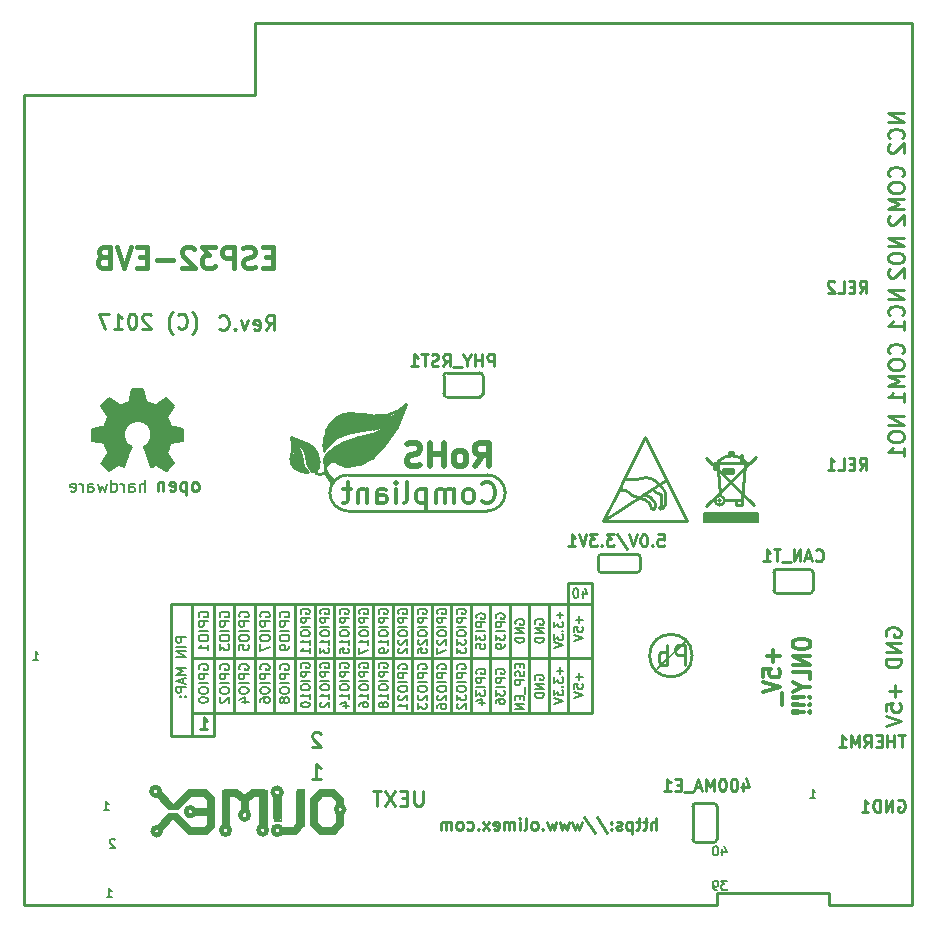
<source format=gbr>
G04 #@! TF.GenerationSoftware,KiCad,Pcbnew,no-vcs-found-ddec803~58~ubuntu14.04.1*
G04 #@! TF.CreationDate,2017-06-01T11:20:14+03:00*
G04 #@! TF.ProjectId,ESP32-EVB_Rev_C,45535033322D4556425F5265765F432E,C*
G04 #@! TF.FileFunction,Legend,Bot*
G04 #@! TF.FilePolarity,Positive*
%FSLAX46Y46*%
G04 Gerber Fmt 4.6, Leading zero omitted, Abs format (unit mm)*
G04 Created by KiCad (PCBNEW no-vcs-found-ddec803~58~ubuntu14.04.1) date Thu Jun  1 11:20:14 2017*
%MOMM*%
%LPD*%
G01*
G04 APERTURE LIST*
%ADD10C,0.100000*%
%ADD11C,0.254000*%
%ADD12C,0.190500*%
%ADD13C,0.300000*%
%ADD14C,0.444500*%
%ADD15C,0.200000*%
%ADD16C,0.187500*%
%ADD17C,0.250000*%
%ADD18C,0.400000*%
%ADD19C,0.700000*%
%ADD20C,0.500000*%
%ADD21C,0.420000*%
%ADD22C,0.370000*%
%ADD23C,0.380000*%
%ADD24C,0.150000*%
%ADD25C,1.000000*%
%ADD26C,0.127000*%
%ADD27C,0.508000*%
%ADD28C,0.180000*%
%ADD29C,0.350000*%
G04 APERTURE END LIST*
D10*
D11*
X137795000Y-141732000D02*
X144780000Y-141732000D01*
X137795000Y-140716000D02*
X137795000Y-141732000D01*
X128270000Y-140716000D02*
X137795000Y-140716000D01*
X128270000Y-141732000D02*
X128270000Y-140716000D01*
X69596000Y-141732000D02*
X128270000Y-141732000D01*
D12*
X136180285Y-132678714D02*
X136615714Y-132678714D01*
X136398000Y-132678714D02*
X136398000Y-131916714D01*
X136470571Y-132025571D01*
X136543142Y-132098142D01*
X136615714Y-132134428D01*
X70394285Y-120994714D02*
X70829714Y-120994714D01*
X70612000Y-120994714D02*
X70612000Y-120232714D01*
X70684571Y-120341571D01*
X70757142Y-120414142D01*
X70829714Y-120450428D01*
X76363285Y-133694714D02*
X76798714Y-133694714D01*
X76581000Y-133694714D02*
X76581000Y-132932714D01*
X76653571Y-133041571D01*
X76726142Y-133114142D01*
X76798714Y-133150428D01*
D11*
X90091380Y-93030523D02*
X90514714Y-92425761D01*
X90817095Y-93030523D02*
X90817095Y-91760523D01*
X90333285Y-91760523D01*
X90212333Y-91821000D01*
X90151857Y-91881476D01*
X90091380Y-92002428D01*
X90091380Y-92183857D01*
X90151857Y-92304809D01*
X90212333Y-92365285D01*
X90333285Y-92425761D01*
X90817095Y-92425761D01*
X89063285Y-92970047D02*
X89184238Y-93030523D01*
X89426142Y-93030523D01*
X89547095Y-92970047D01*
X89607571Y-92849095D01*
X89607571Y-92365285D01*
X89547095Y-92244333D01*
X89426142Y-92183857D01*
X89184238Y-92183857D01*
X89063285Y-92244333D01*
X89002809Y-92365285D01*
X89002809Y-92486238D01*
X89607571Y-92607190D01*
X88579476Y-92183857D02*
X88277095Y-93030523D01*
X87974714Y-92183857D01*
X87490904Y-92909571D02*
X87430428Y-92970047D01*
X87490904Y-93030523D01*
X87551380Y-92970047D01*
X87490904Y-92909571D01*
X87490904Y-93030523D01*
X86160428Y-92909571D02*
X86220904Y-92970047D01*
X86402333Y-93030523D01*
X86523285Y-93030523D01*
X86704714Y-92970047D01*
X86825666Y-92849095D01*
X86886142Y-92728142D01*
X86946619Y-92486238D01*
X86946619Y-92304809D01*
X86886142Y-92062904D01*
X86825666Y-91941952D01*
X86704714Y-91821000D01*
X86523285Y-91760523D01*
X86402333Y-91760523D01*
X86220904Y-91821000D01*
X86160428Y-91881476D01*
D12*
X129140857Y-139663714D02*
X128669142Y-139663714D01*
X128923142Y-139954000D01*
X128814285Y-139954000D01*
X128741714Y-139990285D01*
X128705428Y-140026571D01*
X128669142Y-140099142D01*
X128669142Y-140280571D01*
X128705428Y-140353142D01*
X128741714Y-140389428D01*
X128814285Y-140425714D01*
X129032000Y-140425714D01*
X129104571Y-140389428D01*
X129140857Y-140353142D01*
X128306285Y-140425714D02*
X128161142Y-140425714D01*
X128088571Y-140389428D01*
X128052285Y-140353142D01*
X127979714Y-140244285D01*
X127943428Y-140099142D01*
X127943428Y-139808857D01*
X127979714Y-139736285D01*
X128016000Y-139700000D01*
X128088571Y-139663714D01*
X128233714Y-139663714D01*
X128306285Y-139700000D01*
X128342571Y-139736285D01*
X128378857Y-139808857D01*
X128378857Y-139990285D01*
X128342571Y-140062857D01*
X128306285Y-140099142D01*
X128233714Y-140135428D01*
X128088571Y-140135428D01*
X128016000Y-140099142D01*
X127979714Y-140062857D01*
X127943428Y-139990285D01*
X77306714Y-136180285D02*
X77270428Y-136144000D01*
X77197857Y-136107714D01*
X77016428Y-136107714D01*
X76943857Y-136144000D01*
X76907571Y-136180285D01*
X76871285Y-136252857D01*
X76871285Y-136325428D01*
X76907571Y-136434285D01*
X77343000Y-136869714D01*
X76871285Y-136869714D01*
D11*
X140359190Y-89867619D02*
X140697857Y-89383809D01*
X140939761Y-89867619D02*
X140939761Y-88851619D01*
X140552714Y-88851619D01*
X140455952Y-88900000D01*
X140407571Y-88948380D01*
X140359190Y-89045142D01*
X140359190Y-89190285D01*
X140407571Y-89287047D01*
X140455952Y-89335428D01*
X140552714Y-89383809D01*
X140939761Y-89383809D01*
X139923761Y-89335428D02*
X139585095Y-89335428D01*
X139439952Y-89867619D02*
X139923761Y-89867619D01*
X139923761Y-88851619D01*
X139439952Y-88851619D01*
X138520714Y-89867619D02*
X139004523Y-89867619D01*
X139004523Y-88851619D01*
X138230428Y-88948380D02*
X138182047Y-88900000D01*
X138085285Y-88851619D01*
X137843380Y-88851619D01*
X137746619Y-88900000D01*
X137698238Y-88948380D01*
X137649857Y-89045142D01*
X137649857Y-89141904D01*
X137698238Y-89287047D01*
X138278809Y-89867619D01*
X137649857Y-89867619D01*
X140359190Y-104853619D02*
X140697857Y-104369809D01*
X140939761Y-104853619D02*
X140939761Y-103837619D01*
X140552714Y-103837619D01*
X140455952Y-103886000D01*
X140407571Y-103934380D01*
X140359190Y-104031142D01*
X140359190Y-104176285D01*
X140407571Y-104273047D01*
X140455952Y-104321428D01*
X140552714Y-104369809D01*
X140939761Y-104369809D01*
X139923761Y-104321428D02*
X139585095Y-104321428D01*
X139439952Y-104853619D02*
X139923761Y-104853619D01*
X139923761Y-103837619D01*
X139439952Y-103837619D01*
X138520714Y-104853619D02*
X139004523Y-104853619D01*
X139004523Y-103837619D01*
X137649857Y-104853619D02*
X138230428Y-104853619D01*
X137940142Y-104853619D02*
X137940142Y-103837619D01*
X138036904Y-103982761D01*
X138133666Y-104079523D01*
X138230428Y-104127904D01*
X144098095Y-74686523D02*
X142798095Y-74686523D01*
X144098095Y-75429380D01*
X142798095Y-75429380D01*
X143974285Y-76791285D02*
X144036190Y-76729380D01*
X144098095Y-76543666D01*
X144098095Y-76419857D01*
X144036190Y-76234142D01*
X143912380Y-76110333D01*
X143788571Y-76048428D01*
X143540952Y-75986523D01*
X143355238Y-75986523D01*
X143107619Y-76048428D01*
X142983809Y-76110333D01*
X142860000Y-76234142D01*
X142798095Y-76419857D01*
X142798095Y-76543666D01*
X142860000Y-76729380D01*
X142921904Y-76791285D01*
X142921904Y-77286523D02*
X142860000Y-77348428D01*
X142798095Y-77472238D01*
X142798095Y-77781761D01*
X142860000Y-77905571D01*
X142921904Y-77967476D01*
X143045714Y-78029380D01*
X143169523Y-78029380D01*
X143355238Y-77967476D01*
X144098095Y-77224619D01*
X144098095Y-78029380D01*
X143974285Y-80020523D02*
X144036190Y-79958619D01*
X144098095Y-79772904D01*
X144098095Y-79649095D01*
X144036190Y-79463380D01*
X143912380Y-79339571D01*
X143788571Y-79277666D01*
X143540952Y-79215761D01*
X143355238Y-79215761D01*
X143107619Y-79277666D01*
X142983809Y-79339571D01*
X142860000Y-79463380D01*
X142798095Y-79649095D01*
X142798095Y-79772904D01*
X142860000Y-79958619D01*
X142921904Y-80020523D01*
X142798095Y-80825285D02*
X142798095Y-81072904D01*
X142860000Y-81196714D01*
X142983809Y-81320523D01*
X143231428Y-81382428D01*
X143664761Y-81382428D01*
X143912380Y-81320523D01*
X144036190Y-81196714D01*
X144098095Y-81072904D01*
X144098095Y-80825285D01*
X144036190Y-80701476D01*
X143912380Y-80577666D01*
X143664761Y-80515761D01*
X143231428Y-80515761D01*
X142983809Y-80577666D01*
X142860000Y-80701476D01*
X142798095Y-80825285D01*
X144098095Y-81939571D02*
X142798095Y-81939571D01*
X143726666Y-82372904D01*
X142798095Y-82806238D01*
X144098095Y-82806238D01*
X142921904Y-83363380D02*
X142860000Y-83425285D01*
X142798095Y-83549095D01*
X142798095Y-83858619D01*
X142860000Y-83982428D01*
X142921904Y-84044333D01*
X143045714Y-84106238D01*
X143169523Y-84106238D01*
X143355238Y-84044333D01*
X144098095Y-83301476D01*
X144098095Y-84106238D01*
X144098095Y-85196571D02*
X142798095Y-85196571D01*
X144098095Y-85939428D01*
X142798095Y-85939428D01*
X142798095Y-86806095D02*
X142798095Y-87053714D01*
X142860000Y-87177523D01*
X142983809Y-87301333D01*
X143231428Y-87363238D01*
X143664761Y-87363238D01*
X143912380Y-87301333D01*
X144036190Y-87177523D01*
X144098095Y-87053714D01*
X144098095Y-86806095D01*
X144036190Y-86682285D01*
X143912380Y-86558476D01*
X143664761Y-86496571D01*
X143231428Y-86496571D01*
X142983809Y-86558476D01*
X142860000Y-86682285D01*
X142798095Y-86806095D01*
X142921904Y-87858476D02*
X142860000Y-87920380D01*
X142798095Y-88044190D01*
X142798095Y-88353714D01*
X142860000Y-88477523D01*
X142921904Y-88539428D01*
X143045714Y-88601333D01*
X143169523Y-88601333D01*
X143355238Y-88539428D01*
X144098095Y-87796571D01*
X144098095Y-88601333D01*
X144098095Y-89672523D02*
X142798095Y-89672523D01*
X144098095Y-90415380D01*
X142798095Y-90415380D01*
X143974285Y-91777285D02*
X144036190Y-91715380D01*
X144098095Y-91529666D01*
X144098095Y-91405857D01*
X144036190Y-91220142D01*
X143912380Y-91096333D01*
X143788571Y-91034428D01*
X143540952Y-90972523D01*
X143355238Y-90972523D01*
X143107619Y-91034428D01*
X142983809Y-91096333D01*
X142860000Y-91220142D01*
X142798095Y-91405857D01*
X142798095Y-91529666D01*
X142860000Y-91715380D01*
X142921904Y-91777285D01*
X144098095Y-93015380D02*
X144098095Y-92272523D01*
X144098095Y-92643952D02*
X142798095Y-92643952D01*
X142983809Y-92520142D01*
X143107619Y-92396333D01*
X143169523Y-92272523D01*
X143974285Y-95006523D02*
X144036190Y-94944619D01*
X144098095Y-94758904D01*
X144098095Y-94635095D01*
X144036190Y-94449380D01*
X143912380Y-94325571D01*
X143788571Y-94263666D01*
X143540952Y-94201761D01*
X143355238Y-94201761D01*
X143107619Y-94263666D01*
X142983809Y-94325571D01*
X142860000Y-94449380D01*
X142798095Y-94635095D01*
X142798095Y-94758904D01*
X142860000Y-94944619D01*
X142921904Y-95006523D01*
X142798095Y-95811285D02*
X142798095Y-96058904D01*
X142860000Y-96182714D01*
X142983809Y-96306523D01*
X143231428Y-96368428D01*
X143664761Y-96368428D01*
X143912380Y-96306523D01*
X144036190Y-96182714D01*
X144098095Y-96058904D01*
X144098095Y-95811285D01*
X144036190Y-95687476D01*
X143912380Y-95563666D01*
X143664761Y-95501761D01*
X143231428Y-95501761D01*
X142983809Y-95563666D01*
X142860000Y-95687476D01*
X142798095Y-95811285D01*
X144098095Y-96925571D02*
X142798095Y-96925571D01*
X143726666Y-97358904D01*
X142798095Y-97792238D01*
X144098095Y-97792238D01*
X144098095Y-99092238D02*
X144098095Y-98349380D01*
X144098095Y-98720809D02*
X142798095Y-98720809D01*
X142983809Y-98597000D01*
X143107619Y-98473190D01*
X143169523Y-98349380D01*
X144098095Y-100309571D02*
X142798095Y-100309571D01*
X144098095Y-101052428D01*
X142798095Y-101052428D01*
X142798095Y-101919095D02*
X142798095Y-102166714D01*
X142860000Y-102290523D01*
X142983809Y-102414333D01*
X143231428Y-102476238D01*
X143664761Y-102476238D01*
X143912380Y-102414333D01*
X144036190Y-102290523D01*
X144098095Y-102166714D01*
X144098095Y-101919095D01*
X144036190Y-101795285D01*
X143912380Y-101671476D01*
X143664761Y-101609571D01*
X143231428Y-101609571D01*
X142983809Y-101671476D01*
X142860000Y-101795285D01*
X142798095Y-101919095D01*
X144098095Y-103714333D02*
X144098095Y-102971476D01*
X144098095Y-103342904D02*
X142798095Y-103342904D01*
X142983809Y-103219095D01*
X143107619Y-103095285D01*
X143169523Y-102971476D01*
X83856285Y-93387333D02*
X83916761Y-93326857D01*
X84037714Y-93145428D01*
X84098190Y-93024476D01*
X84158666Y-92843047D01*
X84219142Y-92540666D01*
X84219142Y-92298761D01*
X84158666Y-91996380D01*
X84098190Y-91814952D01*
X84037714Y-91694000D01*
X83916761Y-91512571D01*
X83856285Y-91452095D01*
X82646761Y-92782571D02*
X82707238Y-92843047D01*
X82888666Y-92903523D01*
X83009619Y-92903523D01*
X83191047Y-92843047D01*
X83312000Y-92722095D01*
X83372476Y-92601142D01*
X83432952Y-92359238D01*
X83432952Y-92177809D01*
X83372476Y-91935904D01*
X83312000Y-91814952D01*
X83191047Y-91694000D01*
X83009619Y-91633523D01*
X82888666Y-91633523D01*
X82707238Y-91694000D01*
X82646761Y-91754476D01*
X82223428Y-93387333D02*
X82162952Y-93326857D01*
X82042000Y-93145428D01*
X81981523Y-93024476D01*
X81921047Y-92843047D01*
X81860571Y-92540666D01*
X81860571Y-92298761D01*
X81921047Y-91996380D01*
X81981523Y-91814952D01*
X82042000Y-91694000D01*
X82162952Y-91512571D01*
X82223428Y-91452095D01*
X80348666Y-91754476D02*
X80288190Y-91694000D01*
X80167238Y-91633523D01*
X79864857Y-91633523D01*
X79743904Y-91694000D01*
X79683428Y-91754476D01*
X79622952Y-91875428D01*
X79622952Y-91996380D01*
X79683428Y-92177809D01*
X80409142Y-92903523D01*
X79622952Y-92903523D01*
X78836761Y-91633523D02*
X78715809Y-91633523D01*
X78594857Y-91694000D01*
X78534380Y-91754476D01*
X78473904Y-91875428D01*
X78413428Y-92117333D01*
X78413428Y-92419714D01*
X78473904Y-92661619D01*
X78534380Y-92782571D01*
X78594857Y-92843047D01*
X78715809Y-92903523D01*
X78836761Y-92903523D01*
X78957714Y-92843047D01*
X79018190Y-92782571D01*
X79078666Y-92661619D01*
X79139142Y-92419714D01*
X79139142Y-92117333D01*
X79078666Y-91875428D01*
X79018190Y-91754476D01*
X78957714Y-91694000D01*
X78836761Y-91633523D01*
X77203904Y-92903523D02*
X77929619Y-92903523D01*
X77566761Y-92903523D02*
X77566761Y-91633523D01*
X77687714Y-91814952D01*
X77808666Y-91935904D01*
X77929619Y-91996380D01*
X76780571Y-91633523D02*
X75933904Y-91633523D01*
X76478190Y-92903523D01*
X123165809Y-135333619D02*
X123165809Y-134317619D01*
X122730380Y-135333619D02*
X122730380Y-134801428D01*
X122778761Y-134704666D01*
X122875523Y-134656285D01*
X123020666Y-134656285D01*
X123117428Y-134704666D01*
X123165809Y-134753047D01*
X122391714Y-134656285D02*
X122004666Y-134656285D01*
X122246571Y-134317619D02*
X122246571Y-135188476D01*
X122198190Y-135285238D01*
X122101428Y-135333619D01*
X122004666Y-135333619D01*
X121811142Y-134656285D02*
X121424095Y-134656285D01*
X121666000Y-134317619D02*
X121666000Y-135188476D01*
X121617619Y-135285238D01*
X121520857Y-135333619D01*
X121424095Y-135333619D01*
X121085428Y-134656285D02*
X121085428Y-135672285D01*
X121085428Y-134704666D02*
X120988666Y-134656285D01*
X120795142Y-134656285D01*
X120698380Y-134704666D01*
X120650000Y-134753047D01*
X120601619Y-134849809D01*
X120601619Y-135140095D01*
X120650000Y-135236857D01*
X120698380Y-135285238D01*
X120795142Y-135333619D01*
X120988666Y-135333619D01*
X121085428Y-135285238D01*
X120214571Y-135285238D02*
X120117809Y-135333619D01*
X119924285Y-135333619D01*
X119827523Y-135285238D01*
X119779142Y-135188476D01*
X119779142Y-135140095D01*
X119827523Y-135043333D01*
X119924285Y-134994952D01*
X120069428Y-134994952D01*
X120166190Y-134946571D01*
X120214571Y-134849809D01*
X120214571Y-134801428D01*
X120166190Y-134704666D01*
X120069428Y-134656285D01*
X119924285Y-134656285D01*
X119827523Y-134704666D01*
X119343714Y-135236857D02*
X119295333Y-135285238D01*
X119343714Y-135333619D01*
X119392095Y-135285238D01*
X119343714Y-135236857D01*
X119343714Y-135333619D01*
X119343714Y-134704666D02*
X119295333Y-134753047D01*
X119343714Y-134801428D01*
X119392095Y-134753047D01*
X119343714Y-134704666D01*
X119343714Y-134801428D01*
X118134190Y-134269238D02*
X119005047Y-135575523D01*
X117069809Y-134269238D02*
X117940666Y-135575523D01*
X116827904Y-134656285D02*
X116634380Y-135333619D01*
X116440857Y-134849809D01*
X116247333Y-135333619D01*
X116053809Y-134656285D01*
X115763523Y-134656285D02*
X115570000Y-135333619D01*
X115376476Y-134849809D01*
X115182952Y-135333619D01*
X114989428Y-134656285D01*
X114699142Y-134656285D02*
X114505619Y-135333619D01*
X114312095Y-134849809D01*
X114118571Y-135333619D01*
X113925047Y-134656285D01*
X113538000Y-135236857D02*
X113489619Y-135285238D01*
X113538000Y-135333619D01*
X113586380Y-135285238D01*
X113538000Y-135236857D01*
X113538000Y-135333619D01*
X112909047Y-135333619D02*
X113005809Y-135285238D01*
X113054190Y-135236857D01*
X113102571Y-135140095D01*
X113102571Y-134849809D01*
X113054190Y-134753047D01*
X113005809Y-134704666D01*
X112909047Y-134656285D01*
X112763904Y-134656285D01*
X112667142Y-134704666D01*
X112618761Y-134753047D01*
X112570380Y-134849809D01*
X112570380Y-135140095D01*
X112618761Y-135236857D01*
X112667142Y-135285238D01*
X112763904Y-135333619D01*
X112909047Y-135333619D01*
X111989809Y-135333619D02*
X112086571Y-135285238D01*
X112134952Y-135188476D01*
X112134952Y-134317619D01*
X111602761Y-135333619D02*
X111602761Y-134656285D01*
X111602761Y-134317619D02*
X111651142Y-134366000D01*
X111602761Y-134414380D01*
X111554380Y-134366000D01*
X111602761Y-134317619D01*
X111602761Y-134414380D01*
X111118952Y-135333619D02*
X111118952Y-134656285D01*
X111118952Y-134753047D02*
X111070571Y-134704666D01*
X110973809Y-134656285D01*
X110828666Y-134656285D01*
X110731904Y-134704666D01*
X110683523Y-134801428D01*
X110683523Y-135333619D01*
X110683523Y-134801428D02*
X110635142Y-134704666D01*
X110538380Y-134656285D01*
X110393238Y-134656285D01*
X110296476Y-134704666D01*
X110248095Y-134801428D01*
X110248095Y-135333619D01*
X109377238Y-135285238D02*
X109474000Y-135333619D01*
X109667523Y-135333619D01*
X109764285Y-135285238D01*
X109812666Y-135188476D01*
X109812666Y-134801428D01*
X109764285Y-134704666D01*
X109667523Y-134656285D01*
X109474000Y-134656285D01*
X109377238Y-134704666D01*
X109328857Y-134801428D01*
X109328857Y-134898190D01*
X109812666Y-134994952D01*
X108990190Y-135333619D02*
X108458000Y-134656285D01*
X108990190Y-134656285D02*
X108458000Y-135333619D01*
X108070952Y-135236857D02*
X108022571Y-135285238D01*
X108070952Y-135333619D01*
X108119333Y-135285238D01*
X108070952Y-135236857D01*
X108070952Y-135333619D01*
X107151714Y-135285238D02*
X107248476Y-135333619D01*
X107442000Y-135333619D01*
X107538761Y-135285238D01*
X107587142Y-135236857D01*
X107635523Y-135140095D01*
X107635523Y-134849809D01*
X107587142Y-134753047D01*
X107538761Y-134704666D01*
X107442000Y-134656285D01*
X107248476Y-134656285D01*
X107151714Y-134704666D01*
X106571142Y-135333619D02*
X106667904Y-135285238D01*
X106716285Y-135236857D01*
X106764666Y-135140095D01*
X106764666Y-134849809D01*
X106716285Y-134753047D01*
X106667904Y-134704666D01*
X106571142Y-134656285D01*
X106426000Y-134656285D01*
X106329238Y-134704666D01*
X106280857Y-134753047D01*
X106232476Y-134849809D01*
X106232476Y-135140095D01*
X106280857Y-135236857D01*
X106329238Y-135285238D01*
X106426000Y-135333619D01*
X106571142Y-135333619D01*
X105797047Y-135333619D02*
X105797047Y-134656285D01*
X105797047Y-134753047D02*
X105748666Y-134704666D01*
X105651904Y-134656285D01*
X105506761Y-134656285D01*
X105410000Y-134704666D01*
X105361619Y-134801428D01*
X105361619Y-135333619D01*
X105361619Y-134801428D02*
X105313238Y-134704666D01*
X105216476Y-134656285D01*
X105071333Y-134656285D01*
X104974571Y-134704666D01*
X104926190Y-134801428D01*
X104926190Y-135333619D01*
D13*
X133071142Y-120134333D02*
X133071142Y-121124809D01*
X133642571Y-120629571D02*
X132499714Y-120629571D01*
X132142571Y-122362904D02*
X132142571Y-121743857D01*
X132856857Y-121681952D01*
X132785428Y-121743857D01*
X132714000Y-121867666D01*
X132714000Y-122177190D01*
X132785428Y-122301000D01*
X132856857Y-122362904D01*
X132999714Y-122424809D01*
X133356857Y-122424809D01*
X133499714Y-122362904D01*
X133571142Y-122301000D01*
X133642571Y-122177190D01*
X133642571Y-121867666D01*
X133571142Y-121743857D01*
X133499714Y-121681952D01*
X132142571Y-122796238D02*
X133642571Y-123229571D01*
X132142571Y-123662904D01*
X133785428Y-123786714D02*
X133785428Y-124777190D01*
X134692571Y-119484333D02*
X134692571Y-119731952D01*
X134764000Y-119855761D01*
X134906857Y-119979571D01*
X135192571Y-120041476D01*
X135692571Y-120041476D01*
X135978285Y-119979571D01*
X136121142Y-119855761D01*
X136192571Y-119731952D01*
X136192571Y-119484333D01*
X136121142Y-119360523D01*
X135978285Y-119236714D01*
X135692571Y-119174809D01*
X135192571Y-119174809D01*
X134906857Y-119236714D01*
X134764000Y-119360523D01*
X134692571Y-119484333D01*
X136192571Y-120598619D02*
X134692571Y-120598619D01*
X136192571Y-121341476D01*
X134692571Y-121341476D01*
X136192571Y-122579571D02*
X136192571Y-121960523D01*
X134692571Y-121960523D01*
X135478285Y-123260523D02*
X136192571Y-123260523D01*
X134692571Y-122827190D02*
X135478285Y-123260523D01*
X134692571Y-123693857D01*
X136049714Y-124127190D02*
X136121142Y-124189095D01*
X136192571Y-124127190D01*
X136121142Y-124065285D01*
X136049714Y-124127190D01*
X136192571Y-124127190D01*
X135621142Y-124127190D02*
X134764000Y-124065285D01*
X134692571Y-124127190D01*
X134764000Y-124189095D01*
X135621142Y-124127190D01*
X134692571Y-124127190D01*
X136049714Y-124746238D02*
X136121142Y-124808142D01*
X136192571Y-124746238D01*
X136121142Y-124684333D01*
X136049714Y-124746238D01*
X136192571Y-124746238D01*
X135621142Y-124746238D02*
X134764000Y-124684333D01*
X134692571Y-124746238D01*
X134764000Y-124808142D01*
X135621142Y-124746238D01*
X134692571Y-124746238D01*
X136049714Y-125365285D02*
X136121142Y-125427190D01*
X136192571Y-125365285D01*
X136121142Y-125303380D01*
X136049714Y-125365285D01*
X136192571Y-125365285D01*
X135621142Y-125365285D02*
X134764000Y-125303380D01*
X134692571Y-125365285D01*
X134764000Y-125427190D01*
X135621142Y-125365285D01*
X134692571Y-125365285D01*
D11*
X142621000Y-118920380D02*
X142560523Y-118799428D01*
X142560523Y-118618000D01*
X142621000Y-118436571D01*
X142741952Y-118315619D01*
X142862904Y-118255142D01*
X143104809Y-118194666D01*
X143286238Y-118194666D01*
X143528142Y-118255142D01*
X143649095Y-118315619D01*
X143770047Y-118436571D01*
X143830523Y-118618000D01*
X143830523Y-118738952D01*
X143770047Y-118920380D01*
X143709571Y-118980857D01*
X143286238Y-118980857D01*
X143286238Y-118738952D01*
X143830523Y-119525142D02*
X142560523Y-119525142D01*
X143830523Y-120250857D01*
X142560523Y-120250857D01*
X143830523Y-120855619D02*
X142560523Y-120855619D01*
X142560523Y-121158000D01*
X142621000Y-121339428D01*
X142741952Y-121460380D01*
X142862904Y-121520857D01*
X143104809Y-121581333D01*
X143286238Y-121581333D01*
X143528142Y-121520857D01*
X143649095Y-121460380D01*
X143770047Y-121339428D01*
X143830523Y-121158000D01*
X143830523Y-120855619D01*
X143346714Y-123081142D02*
X143346714Y-124048761D01*
X143830523Y-123564952D02*
X142862904Y-123564952D01*
X142560523Y-125258285D02*
X142560523Y-124653523D01*
X143165285Y-124593047D01*
X143104809Y-124653523D01*
X143044333Y-124774476D01*
X143044333Y-125076857D01*
X143104809Y-125197809D01*
X143165285Y-125258285D01*
X143286238Y-125318761D01*
X143588619Y-125318761D01*
X143709571Y-125258285D01*
X143770047Y-125197809D01*
X143830523Y-125076857D01*
X143830523Y-124774476D01*
X143770047Y-124653523D01*
X143709571Y-124593047D01*
X142560523Y-125681619D02*
X143830523Y-126104952D01*
X142560523Y-126528285D01*
X94723857Y-127187476D02*
X94663380Y-127127000D01*
X94542428Y-127066523D01*
X94240047Y-127066523D01*
X94119095Y-127127000D01*
X94058619Y-127187476D01*
X93998142Y-127308428D01*
X93998142Y-127429380D01*
X94058619Y-127610809D01*
X94784333Y-128336523D01*
X93998142Y-128336523D01*
X93998142Y-131003523D02*
X94723857Y-131003523D01*
X94361000Y-131003523D02*
X94361000Y-129733523D01*
X94481952Y-129914952D01*
X94602904Y-130035904D01*
X94723857Y-130096380D01*
X103371952Y-132019523D02*
X103371952Y-133047619D01*
X103311476Y-133168571D01*
X103251000Y-133229047D01*
X103130047Y-133289523D01*
X102888142Y-133289523D01*
X102767190Y-133229047D01*
X102706714Y-133168571D01*
X102646238Y-133047619D01*
X102646238Y-132019523D01*
X102041476Y-132624285D02*
X101618142Y-132624285D01*
X101436714Y-133289523D02*
X102041476Y-133289523D01*
X102041476Y-132019523D01*
X101436714Y-132019523D01*
X101013380Y-132019523D02*
X100166714Y-133289523D01*
X100166714Y-132019523D02*
X101013380Y-133289523D01*
X99864333Y-132019523D02*
X99138619Y-132019523D01*
X99501476Y-133289523D02*
X99501476Y-132019523D01*
D14*
X90678000Y-86868000D02*
X90085333Y-86868000D01*
X89831333Y-87799333D02*
X90678000Y-87799333D01*
X90678000Y-86021333D01*
X89831333Y-86021333D01*
X89154000Y-87714666D02*
X88900000Y-87799333D01*
X88476666Y-87799333D01*
X88307333Y-87714666D01*
X88222666Y-87630000D01*
X88138000Y-87460666D01*
X88138000Y-87291333D01*
X88222666Y-87122000D01*
X88307333Y-87037333D01*
X88476666Y-86952666D01*
X88815333Y-86868000D01*
X88984666Y-86783333D01*
X89069333Y-86698666D01*
X89154000Y-86529333D01*
X89154000Y-86360000D01*
X89069333Y-86190666D01*
X88984666Y-86106000D01*
X88815333Y-86021333D01*
X88392000Y-86021333D01*
X88138000Y-86106000D01*
X87376000Y-87799333D02*
X87376000Y-86021333D01*
X86698666Y-86021333D01*
X86529333Y-86106000D01*
X86444666Y-86190666D01*
X86360000Y-86360000D01*
X86360000Y-86614000D01*
X86444666Y-86783333D01*
X86529333Y-86868000D01*
X86698666Y-86952666D01*
X87376000Y-86952666D01*
X85767333Y-86021333D02*
X84666666Y-86021333D01*
X85259333Y-86698666D01*
X85005333Y-86698666D01*
X84836000Y-86783333D01*
X84751333Y-86868000D01*
X84666666Y-87037333D01*
X84666666Y-87460666D01*
X84751333Y-87630000D01*
X84836000Y-87714666D01*
X85005333Y-87799333D01*
X85513333Y-87799333D01*
X85682666Y-87714666D01*
X85767333Y-87630000D01*
X83989333Y-86190666D02*
X83904666Y-86106000D01*
X83735333Y-86021333D01*
X83312000Y-86021333D01*
X83142666Y-86106000D01*
X83058000Y-86190666D01*
X82973333Y-86360000D01*
X82973333Y-86529333D01*
X83058000Y-86783333D01*
X84074000Y-87799333D01*
X82973333Y-87799333D01*
X82211333Y-87122000D02*
X80856666Y-87122000D01*
X80010000Y-86868000D02*
X79417333Y-86868000D01*
X79163333Y-87799333D02*
X80010000Y-87799333D01*
X80010000Y-86021333D01*
X79163333Y-86021333D01*
X78655333Y-86021333D02*
X78062666Y-87799333D01*
X77470000Y-86021333D01*
X76284666Y-86868000D02*
X76030666Y-86952666D01*
X75946000Y-87037333D01*
X75861333Y-87206666D01*
X75861333Y-87460666D01*
X75946000Y-87630000D01*
X76030666Y-87714666D01*
X76200000Y-87799333D01*
X76877333Y-87799333D01*
X76877333Y-86021333D01*
X76284666Y-86021333D01*
X76115333Y-86106000D01*
X76030666Y-86190666D01*
X75946000Y-86360000D01*
X75946000Y-86529333D01*
X76030666Y-86698666D01*
X76115333Y-86783333D01*
X76284666Y-86868000D01*
X76877333Y-86868000D01*
D11*
X117729000Y-114427000D02*
X117729000Y-125476000D01*
X115697000Y-114427000D02*
X117729000Y-114427000D01*
X115697000Y-116332000D02*
X115697000Y-114427000D01*
D15*
X116941571Y-115144571D02*
X116941571Y-115677904D01*
X117132047Y-114839809D02*
X117322523Y-115411238D01*
X116827285Y-115411238D01*
X116370142Y-114877904D02*
X116293952Y-114877904D01*
X116217761Y-114916000D01*
X116179666Y-114954095D01*
X116141571Y-115030285D01*
X116103476Y-115182666D01*
X116103476Y-115373142D01*
X116141571Y-115525523D01*
X116179666Y-115601714D01*
X116217761Y-115639809D01*
X116293952Y-115677904D01*
X116370142Y-115677904D01*
X116446333Y-115639809D01*
X116484428Y-115601714D01*
X116522523Y-115525523D01*
X116560619Y-115373142D01*
X116560619Y-115182666D01*
X116522523Y-115030285D01*
X116484428Y-114954095D01*
X116446333Y-114916000D01*
X116370142Y-114877904D01*
D16*
X116639571Y-117272714D02*
X116639571Y-117844142D01*
X116925285Y-117558428D02*
X116353857Y-117558428D01*
X116175285Y-118558428D02*
X116175285Y-118201285D01*
X116532428Y-118165571D01*
X116496714Y-118201285D01*
X116461000Y-118272714D01*
X116461000Y-118451285D01*
X116496714Y-118522714D01*
X116532428Y-118558428D01*
X116603857Y-118594142D01*
X116782428Y-118594142D01*
X116853857Y-118558428D01*
X116889571Y-118522714D01*
X116925285Y-118451285D01*
X116925285Y-118272714D01*
X116889571Y-118201285D01*
X116853857Y-118165571D01*
X116175285Y-118808428D02*
X116925285Y-119058428D01*
X116175285Y-119308428D01*
X116639571Y-122098714D02*
X116639571Y-122670142D01*
X116925285Y-122384428D02*
X116353857Y-122384428D01*
X116175285Y-123384428D02*
X116175285Y-123027285D01*
X116532428Y-122991571D01*
X116496714Y-123027285D01*
X116461000Y-123098714D01*
X116461000Y-123277285D01*
X116496714Y-123348714D01*
X116532428Y-123384428D01*
X116603857Y-123420142D01*
X116782428Y-123420142D01*
X116853857Y-123384428D01*
X116889571Y-123348714D01*
X116925285Y-123277285D01*
X116925285Y-123098714D01*
X116889571Y-123027285D01*
X116853857Y-122991571D01*
X116175285Y-123634428D02*
X116925285Y-123884428D01*
X116175285Y-124134428D01*
D11*
X115697000Y-116205000D02*
X115697000Y-125476000D01*
D16*
X114988571Y-116864000D02*
X114988571Y-117435428D01*
X115274285Y-117149714D02*
X114702857Y-117149714D01*
X114524285Y-117721142D02*
X114524285Y-118185428D01*
X114810000Y-117935428D01*
X114810000Y-118042571D01*
X114845714Y-118114000D01*
X114881428Y-118149714D01*
X114952857Y-118185428D01*
X115131428Y-118185428D01*
X115202857Y-118149714D01*
X115238571Y-118114000D01*
X115274285Y-118042571D01*
X115274285Y-117828285D01*
X115238571Y-117756857D01*
X115202857Y-117721142D01*
X115202857Y-118506857D02*
X115238571Y-118542571D01*
X115274285Y-118506857D01*
X115238571Y-118471142D01*
X115202857Y-118506857D01*
X115274285Y-118506857D01*
X114524285Y-118792571D02*
X114524285Y-119256857D01*
X114810000Y-119006857D01*
X114810000Y-119114000D01*
X114845714Y-119185428D01*
X114881428Y-119221142D01*
X114952857Y-119256857D01*
X115131428Y-119256857D01*
X115202857Y-119221142D01*
X115238571Y-119185428D01*
X115274285Y-119114000D01*
X115274285Y-118899714D01*
X115238571Y-118828285D01*
X115202857Y-118792571D01*
X114524285Y-119471142D02*
X115274285Y-119721142D01*
X114524285Y-119971142D01*
X114988571Y-121563000D02*
X114988571Y-122134428D01*
X115274285Y-121848714D02*
X114702857Y-121848714D01*
X114524285Y-122420142D02*
X114524285Y-122884428D01*
X114810000Y-122634428D01*
X114810000Y-122741571D01*
X114845714Y-122813000D01*
X114881428Y-122848714D01*
X114952857Y-122884428D01*
X115131428Y-122884428D01*
X115202857Y-122848714D01*
X115238571Y-122813000D01*
X115274285Y-122741571D01*
X115274285Y-122527285D01*
X115238571Y-122455857D01*
X115202857Y-122420142D01*
X115202857Y-123205857D02*
X115238571Y-123241571D01*
X115274285Y-123205857D01*
X115238571Y-123170142D01*
X115202857Y-123205857D01*
X115274285Y-123205857D01*
X114524285Y-123491571D02*
X114524285Y-123955857D01*
X114810000Y-123705857D01*
X114810000Y-123813000D01*
X114845714Y-123884428D01*
X114881428Y-123920142D01*
X114952857Y-123955857D01*
X115131428Y-123955857D01*
X115202857Y-123920142D01*
X115238571Y-123884428D01*
X115274285Y-123813000D01*
X115274285Y-123598714D01*
X115238571Y-123527285D01*
X115202857Y-123491571D01*
X114524285Y-124170142D02*
X115274285Y-124420142D01*
X114524285Y-124670142D01*
D11*
X114046000Y-116205000D02*
X114046000Y-125476000D01*
D16*
X112909000Y-117919571D02*
X112873285Y-117848142D01*
X112873285Y-117741000D01*
X112909000Y-117633857D01*
X112980428Y-117562428D01*
X113051857Y-117526714D01*
X113194714Y-117491000D01*
X113301857Y-117491000D01*
X113444714Y-117526714D01*
X113516142Y-117562428D01*
X113587571Y-117633857D01*
X113623285Y-117741000D01*
X113623285Y-117812428D01*
X113587571Y-117919571D01*
X113551857Y-117955285D01*
X113301857Y-117955285D01*
X113301857Y-117812428D01*
X113623285Y-118276714D02*
X112873285Y-118276714D01*
X113623285Y-118705285D01*
X112873285Y-118705285D01*
X113623285Y-119062428D02*
X112873285Y-119062428D01*
X112873285Y-119241000D01*
X112909000Y-119348142D01*
X112980428Y-119419571D01*
X113051857Y-119455285D01*
X113194714Y-119491000D01*
X113301857Y-119491000D01*
X113444714Y-119455285D01*
X113516142Y-119419571D01*
X113587571Y-119348142D01*
X113623285Y-119241000D01*
X113623285Y-119062428D01*
X112909000Y-122618571D02*
X112873285Y-122547142D01*
X112873285Y-122440000D01*
X112909000Y-122332857D01*
X112980428Y-122261428D01*
X113051857Y-122225714D01*
X113194714Y-122190000D01*
X113301857Y-122190000D01*
X113444714Y-122225714D01*
X113516142Y-122261428D01*
X113587571Y-122332857D01*
X113623285Y-122440000D01*
X113623285Y-122511428D01*
X113587571Y-122618571D01*
X113551857Y-122654285D01*
X113301857Y-122654285D01*
X113301857Y-122511428D01*
X113623285Y-122975714D02*
X112873285Y-122975714D01*
X113623285Y-123404285D01*
X112873285Y-123404285D01*
X113623285Y-123761428D02*
X112873285Y-123761428D01*
X112873285Y-123940000D01*
X112909000Y-124047142D01*
X112980428Y-124118571D01*
X113051857Y-124154285D01*
X113194714Y-124190000D01*
X113301857Y-124190000D01*
X113444714Y-124154285D01*
X113516142Y-124118571D01*
X113587571Y-124047142D01*
X113623285Y-123940000D01*
X113623285Y-123761428D01*
D11*
X112395000Y-116205000D02*
X112395000Y-125476000D01*
D16*
X111258000Y-117919571D02*
X111222285Y-117848142D01*
X111222285Y-117741000D01*
X111258000Y-117633857D01*
X111329428Y-117562428D01*
X111400857Y-117526714D01*
X111543714Y-117491000D01*
X111650857Y-117491000D01*
X111793714Y-117526714D01*
X111865142Y-117562428D01*
X111936571Y-117633857D01*
X111972285Y-117741000D01*
X111972285Y-117812428D01*
X111936571Y-117919571D01*
X111900857Y-117955285D01*
X111650857Y-117955285D01*
X111650857Y-117812428D01*
X111972285Y-118276714D02*
X111222285Y-118276714D01*
X111972285Y-118705285D01*
X111222285Y-118705285D01*
X111972285Y-119062428D02*
X111222285Y-119062428D01*
X111222285Y-119241000D01*
X111258000Y-119348142D01*
X111329428Y-119419571D01*
X111400857Y-119455285D01*
X111543714Y-119491000D01*
X111650857Y-119491000D01*
X111793714Y-119455285D01*
X111865142Y-119419571D01*
X111936571Y-119348142D01*
X111972285Y-119241000D01*
X111972285Y-119062428D01*
X111579428Y-121279285D02*
X111579428Y-121529285D01*
X111972285Y-121636428D02*
X111972285Y-121279285D01*
X111222285Y-121279285D01*
X111222285Y-121636428D01*
X111936571Y-121922142D02*
X111972285Y-122029285D01*
X111972285Y-122207857D01*
X111936571Y-122279285D01*
X111900857Y-122315000D01*
X111829428Y-122350714D01*
X111758000Y-122350714D01*
X111686571Y-122315000D01*
X111650857Y-122279285D01*
X111615142Y-122207857D01*
X111579428Y-122065000D01*
X111543714Y-121993571D01*
X111508000Y-121957857D01*
X111436571Y-121922142D01*
X111365142Y-121922142D01*
X111293714Y-121957857D01*
X111258000Y-121993571D01*
X111222285Y-122065000D01*
X111222285Y-122243571D01*
X111258000Y-122350714D01*
X111972285Y-122672142D02*
X111222285Y-122672142D01*
X111222285Y-122957857D01*
X111258000Y-123029285D01*
X111293714Y-123065000D01*
X111365142Y-123100714D01*
X111472285Y-123100714D01*
X111543714Y-123065000D01*
X111579428Y-123029285D01*
X111615142Y-122957857D01*
X111615142Y-122672142D01*
X112043714Y-123243571D02*
X112043714Y-123815000D01*
X111579428Y-123993571D02*
X111579428Y-124243571D01*
X111972285Y-124350714D02*
X111972285Y-123993571D01*
X111222285Y-123993571D01*
X111222285Y-124350714D01*
X111972285Y-124672142D02*
X111222285Y-124672142D01*
X111972285Y-125100714D01*
X111222285Y-125100714D01*
D11*
X110744000Y-116205000D02*
X110744000Y-125476000D01*
D16*
X109607000Y-117419571D02*
X109571285Y-117348142D01*
X109571285Y-117241000D01*
X109607000Y-117133857D01*
X109678428Y-117062428D01*
X109749857Y-117026714D01*
X109892714Y-116991000D01*
X109999857Y-116991000D01*
X110142714Y-117026714D01*
X110214142Y-117062428D01*
X110285571Y-117133857D01*
X110321285Y-117241000D01*
X110321285Y-117312428D01*
X110285571Y-117419571D01*
X110249857Y-117455285D01*
X109999857Y-117455285D01*
X109999857Y-117312428D01*
X110321285Y-117776714D02*
X109571285Y-117776714D01*
X109571285Y-118062428D01*
X109607000Y-118133857D01*
X109642714Y-118169571D01*
X109714142Y-118205285D01*
X109821285Y-118205285D01*
X109892714Y-118169571D01*
X109928428Y-118133857D01*
X109964142Y-118062428D01*
X109964142Y-117776714D01*
X110321285Y-118526714D02*
X109571285Y-118526714D01*
X109571285Y-118812428D02*
X109571285Y-119276714D01*
X109857000Y-119026714D01*
X109857000Y-119133857D01*
X109892714Y-119205285D01*
X109928428Y-119241000D01*
X109999857Y-119276714D01*
X110178428Y-119276714D01*
X110249857Y-119241000D01*
X110285571Y-119205285D01*
X110321285Y-119133857D01*
X110321285Y-118919571D01*
X110285571Y-118848142D01*
X110249857Y-118812428D01*
X110321285Y-119633857D02*
X110321285Y-119776714D01*
X110285571Y-119848142D01*
X110249857Y-119883857D01*
X110142714Y-119955285D01*
X109999857Y-119991000D01*
X109714142Y-119991000D01*
X109642714Y-119955285D01*
X109607000Y-119919571D01*
X109571285Y-119848142D01*
X109571285Y-119705285D01*
X109607000Y-119633857D01*
X109642714Y-119598142D01*
X109714142Y-119562428D01*
X109892714Y-119562428D01*
X109964142Y-119598142D01*
X109999857Y-119633857D01*
X110035571Y-119705285D01*
X110035571Y-119848142D01*
X109999857Y-119919571D01*
X109964142Y-119955285D01*
X109892714Y-119991000D01*
X109607000Y-122118571D02*
X109571285Y-122047142D01*
X109571285Y-121940000D01*
X109607000Y-121832857D01*
X109678428Y-121761428D01*
X109749857Y-121725714D01*
X109892714Y-121690000D01*
X109999857Y-121690000D01*
X110142714Y-121725714D01*
X110214142Y-121761428D01*
X110285571Y-121832857D01*
X110321285Y-121940000D01*
X110321285Y-122011428D01*
X110285571Y-122118571D01*
X110249857Y-122154285D01*
X109999857Y-122154285D01*
X109999857Y-122011428D01*
X110321285Y-122475714D02*
X109571285Y-122475714D01*
X109571285Y-122761428D01*
X109607000Y-122832857D01*
X109642714Y-122868571D01*
X109714142Y-122904285D01*
X109821285Y-122904285D01*
X109892714Y-122868571D01*
X109928428Y-122832857D01*
X109964142Y-122761428D01*
X109964142Y-122475714D01*
X110321285Y-123225714D02*
X109571285Y-123225714D01*
X109571285Y-123511428D02*
X109571285Y-123975714D01*
X109857000Y-123725714D01*
X109857000Y-123832857D01*
X109892714Y-123904285D01*
X109928428Y-123940000D01*
X109999857Y-123975714D01*
X110178428Y-123975714D01*
X110249857Y-123940000D01*
X110285571Y-123904285D01*
X110321285Y-123832857D01*
X110321285Y-123618571D01*
X110285571Y-123547142D01*
X110249857Y-123511428D01*
X109571285Y-124618571D02*
X109571285Y-124475714D01*
X109607000Y-124404285D01*
X109642714Y-124368571D01*
X109749857Y-124297142D01*
X109892714Y-124261428D01*
X110178428Y-124261428D01*
X110249857Y-124297142D01*
X110285571Y-124332857D01*
X110321285Y-124404285D01*
X110321285Y-124547142D01*
X110285571Y-124618571D01*
X110249857Y-124654285D01*
X110178428Y-124690000D01*
X109999857Y-124690000D01*
X109928428Y-124654285D01*
X109892714Y-124618571D01*
X109857000Y-124547142D01*
X109857000Y-124404285D01*
X109892714Y-124332857D01*
X109928428Y-124297142D01*
X109999857Y-124261428D01*
D11*
X109093000Y-116205000D02*
X109093000Y-125476000D01*
D16*
X107956000Y-117419571D02*
X107920285Y-117348142D01*
X107920285Y-117241000D01*
X107956000Y-117133857D01*
X108027428Y-117062428D01*
X108098857Y-117026714D01*
X108241714Y-116991000D01*
X108348857Y-116991000D01*
X108491714Y-117026714D01*
X108563142Y-117062428D01*
X108634571Y-117133857D01*
X108670285Y-117241000D01*
X108670285Y-117312428D01*
X108634571Y-117419571D01*
X108598857Y-117455285D01*
X108348857Y-117455285D01*
X108348857Y-117312428D01*
X108670285Y-117776714D02*
X107920285Y-117776714D01*
X107920285Y-118062428D01*
X107956000Y-118133857D01*
X107991714Y-118169571D01*
X108063142Y-118205285D01*
X108170285Y-118205285D01*
X108241714Y-118169571D01*
X108277428Y-118133857D01*
X108313142Y-118062428D01*
X108313142Y-117776714D01*
X108670285Y-118526714D02*
X107920285Y-118526714D01*
X107920285Y-118812428D02*
X107920285Y-119276714D01*
X108206000Y-119026714D01*
X108206000Y-119133857D01*
X108241714Y-119205285D01*
X108277428Y-119241000D01*
X108348857Y-119276714D01*
X108527428Y-119276714D01*
X108598857Y-119241000D01*
X108634571Y-119205285D01*
X108670285Y-119133857D01*
X108670285Y-118919571D01*
X108634571Y-118848142D01*
X108598857Y-118812428D01*
X107920285Y-119955285D02*
X107920285Y-119598142D01*
X108277428Y-119562428D01*
X108241714Y-119598142D01*
X108206000Y-119669571D01*
X108206000Y-119848142D01*
X108241714Y-119919571D01*
X108277428Y-119955285D01*
X108348857Y-119991000D01*
X108527428Y-119991000D01*
X108598857Y-119955285D01*
X108634571Y-119919571D01*
X108670285Y-119848142D01*
X108670285Y-119669571D01*
X108634571Y-119598142D01*
X108598857Y-119562428D01*
X107956000Y-122118571D02*
X107920285Y-122047142D01*
X107920285Y-121940000D01*
X107956000Y-121832857D01*
X108027428Y-121761428D01*
X108098857Y-121725714D01*
X108241714Y-121690000D01*
X108348857Y-121690000D01*
X108491714Y-121725714D01*
X108563142Y-121761428D01*
X108634571Y-121832857D01*
X108670285Y-121940000D01*
X108670285Y-122011428D01*
X108634571Y-122118571D01*
X108598857Y-122154285D01*
X108348857Y-122154285D01*
X108348857Y-122011428D01*
X108670285Y-122475714D02*
X107920285Y-122475714D01*
X107920285Y-122761428D01*
X107956000Y-122832857D01*
X107991714Y-122868571D01*
X108063142Y-122904285D01*
X108170285Y-122904285D01*
X108241714Y-122868571D01*
X108277428Y-122832857D01*
X108313142Y-122761428D01*
X108313142Y-122475714D01*
X108670285Y-123225714D02*
X107920285Y-123225714D01*
X107920285Y-123511428D02*
X107920285Y-123975714D01*
X108206000Y-123725714D01*
X108206000Y-123832857D01*
X108241714Y-123904285D01*
X108277428Y-123940000D01*
X108348857Y-123975714D01*
X108527428Y-123975714D01*
X108598857Y-123940000D01*
X108634571Y-123904285D01*
X108670285Y-123832857D01*
X108670285Y-123618571D01*
X108634571Y-123547142D01*
X108598857Y-123511428D01*
X108170285Y-124618571D02*
X108670285Y-124618571D01*
X107884571Y-124440000D02*
X108420285Y-124261428D01*
X108420285Y-124725714D01*
D11*
X107442000Y-116205000D02*
X107442000Y-125476000D01*
D16*
X106305000Y-117026714D02*
X106269285Y-116955285D01*
X106269285Y-116848142D01*
X106305000Y-116741000D01*
X106376428Y-116669571D01*
X106447857Y-116633857D01*
X106590714Y-116598142D01*
X106697857Y-116598142D01*
X106840714Y-116633857D01*
X106912142Y-116669571D01*
X106983571Y-116741000D01*
X107019285Y-116848142D01*
X107019285Y-116919571D01*
X106983571Y-117026714D01*
X106947857Y-117062428D01*
X106697857Y-117062428D01*
X106697857Y-116919571D01*
X107019285Y-117383857D02*
X106269285Y-117383857D01*
X106269285Y-117669571D01*
X106305000Y-117741000D01*
X106340714Y-117776714D01*
X106412142Y-117812428D01*
X106519285Y-117812428D01*
X106590714Y-117776714D01*
X106626428Y-117741000D01*
X106662142Y-117669571D01*
X106662142Y-117383857D01*
X107019285Y-118133857D02*
X106269285Y-118133857D01*
X106269285Y-118633857D02*
X106269285Y-118776714D01*
X106305000Y-118848142D01*
X106376428Y-118919571D01*
X106519285Y-118955285D01*
X106769285Y-118955285D01*
X106912142Y-118919571D01*
X106983571Y-118848142D01*
X107019285Y-118776714D01*
X107019285Y-118633857D01*
X106983571Y-118562428D01*
X106912142Y-118491000D01*
X106769285Y-118455285D01*
X106519285Y-118455285D01*
X106376428Y-118491000D01*
X106305000Y-118562428D01*
X106269285Y-118633857D01*
X106269285Y-119205285D02*
X106269285Y-119669571D01*
X106555000Y-119419571D01*
X106555000Y-119526714D01*
X106590714Y-119598142D01*
X106626428Y-119633857D01*
X106697857Y-119669571D01*
X106876428Y-119669571D01*
X106947857Y-119633857D01*
X106983571Y-119598142D01*
X107019285Y-119526714D01*
X107019285Y-119312428D01*
X106983571Y-119241000D01*
X106947857Y-119205285D01*
X106269285Y-119919571D02*
X106269285Y-120383857D01*
X106555000Y-120133857D01*
X106555000Y-120241000D01*
X106590714Y-120312428D01*
X106626428Y-120348142D01*
X106697857Y-120383857D01*
X106876428Y-120383857D01*
X106947857Y-120348142D01*
X106983571Y-120312428D01*
X107019285Y-120241000D01*
X107019285Y-120026714D01*
X106983571Y-119955285D01*
X106947857Y-119919571D01*
X106305000Y-121725714D02*
X106269285Y-121654285D01*
X106269285Y-121547142D01*
X106305000Y-121440000D01*
X106376428Y-121368571D01*
X106447857Y-121332857D01*
X106590714Y-121297142D01*
X106697857Y-121297142D01*
X106840714Y-121332857D01*
X106912142Y-121368571D01*
X106983571Y-121440000D01*
X107019285Y-121547142D01*
X107019285Y-121618571D01*
X106983571Y-121725714D01*
X106947857Y-121761428D01*
X106697857Y-121761428D01*
X106697857Y-121618571D01*
X107019285Y-122082857D02*
X106269285Y-122082857D01*
X106269285Y-122368571D01*
X106305000Y-122440000D01*
X106340714Y-122475714D01*
X106412142Y-122511428D01*
X106519285Y-122511428D01*
X106590714Y-122475714D01*
X106626428Y-122440000D01*
X106662142Y-122368571D01*
X106662142Y-122082857D01*
X107019285Y-122832857D02*
X106269285Y-122832857D01*
X106269285Y-123332857D02*
X106269285Y-123475714D01*
X106305000Y-123547142D01*
X106376428Y-123618571D01*
X106519285Y-123654285D01*
X106769285Y-123654285D01*
X106912142Y-123618571D01*
X106983571Y-123547142D01*
X107019285Y-123475714D01*
X107019285Y-123332857D01*
X106983571Y-123261428D01*
X106912142Y-123190000D01*
X106769285Y-123154285D01*
X106519285Y-123154285D01*
X106376428Y-123190000D01*
X106305000Y-123261428D01*
X106269285Y-123332857D01*
X106269285Y-123904285D02*
X106269285Y-124368571D01*
X106555000Y-124118571D01*
X106555000Y-124225714D01*
X106590714Y-124297142D01*
X106626428Y-124332857D01*
X106697857Y-124368571D01*
X106876428Y-124368571D01*
X106947857Y-124332857D01*
X106983571Y-124297142D01*
X107019285Y-124225714D01*
X107019285Y-124011428D01*
X106983571Y-123940000D01*
X106947857Y-123904285D01*
X106340714Y-124654285D02*
X106305000Y-124690000D01*
X106269285Y-124761428D01*
X106269285Y-124940000D01*
X106305000Y-125011428D01*
X106340714Y-125047142D01*
X106412142Y-125082857D01*
X106483571Y-125082857D01*
X106590714Y-125047142D01*
X107019285Y-124618571D01*
X107019285Y-125082857D01*
D11*
X105791000Y-116205000D02*
X105791000Y-125476000D01*
D16*
X104654000Y-117026714D02*
X104618285Y-116955285D01*
X104618285Y-116848142D01*
X104654000Y-116741000D01*
X104725428Y-116669571D01*
X104796857Y-116633857D01*
X104939714Y-116598142D01*
X105046857Y-116598142D01*
X105189714Y-116633857D01*
X105261142Y-116669571D01*
X105332571Y-116741000D01*
X105368285Y-116848142D01*
X105368285Y-116919571D01*
X105332571Y-117026714D01*
X105296857Y-117062428D01*
X105046857Y-117062428D01*
X105046857Y-116919571D01*
X105368285Y-117383857D02*
X104618285Y-117383857D01*
X104618285Y-117669571D01*
X104654000Y-117741000D01*
X104689714Y-117776714D01*
X104761142Y-117812428D01*
X104868285Y-117812428D01*
X104939714Y-117776714D01*
X104975428Y-117741000D01*
X105011142Y-117669571D01*
X105011142Y-117383857D01*
X105368285Y-118133857D02*
X104618285Y-118133857D01*
X104618285Y-118633857D02*
X104618285Y-118776714D01*
X104654000Y-118848142D01*
X104725428Y-118919571D01*
X104868285Y-118955285D01*
X105118285Y-118955285D01*
X105261142Y-118919571D01*
X105332571Y-118848142D01*
X105368285Y-118776714D01*
X105368285Y-118633857D01*
X105332571Y-118562428D01*
X105261142Y-118491000D01*
X105118285Y-118455285D01*
X104868285Y-118455285D01*
X104725428Y-118491000D01*
X104654000Y-118562428D01*
X104618285Y-118633857D01*
X104689714Y-119241000D02*
X104654000Y-119276714D01*
X104618285Y-119348142D01*
X104618285Y-119526714D01*
X104654000Y-119598142D01*
X104689714Y-119633857D01*
X104761142Y-119669571D01*
X104832571Y-119669571D01*
X104939714Y-119633857D01*
X105368285Y-119205285D01*
X105368285Y-119669571D01*
X104618285Y-119919571D02*
X104618285Y-120419571D01*
X105368285Y-120098142D01*
X104654000Y-121725714D02*
X104618285Y-121654285D01*
X104618285Y-121547142D01*
X104654000Y-121440000D01*
X104725428Y-121368571D01*
X104796857Y-121332857D01*
X104939714Y-121297142D01*
X105046857Y-121297142D01*
X105189714Y-121332857D01*
X105261142Y-121368571D01*
X105332571Y-121440000D01*
X105368285Y-121547142D01*
X105368285Y-121618571D01*
X105332571Y-121725714D01*
X105296857Y-121761428D01*
X105046857Y-121761428D01*
X105046857Y-121618571D01*
X105368285Y-122082857D02*
X104618285Y-122082857D01*
X104618285Y-122368571D01*
X104654000Y-122440000D01*
X104689714Y-122475714D01*
X104761142Y-122511428D01*
X104868285Y-122511428D01*
X104939714Y-122475714D01*
X104975428Y-122440000D01*
X105011142Y-122368571D01*
X105011142Y-122082857D01*
X105368285Y-122832857D02*
X104618285Y-122832857D01*
X104618285Y-123332857D02*
X104618285Y-123475714D01*
X104654000Y-123547142D01*
X104725428Y-123618571D01*
X104868285Y-123654285D01*
X105118285Y-123654285D01*
X105261142Y-123618571D01*
X105332571Y-123547142D01*
X105368285Y-123475714D01*
X105368285Y-123332857D01*
X105332571Y-123261428D01*
X105261142Y-123190000D01*
X105118285Y-123154285D01*
X104868285Y-123154285D01*
X104725428Y-123190000D01*
X104654000Y-123261428D01*
X104618285Y-123332857D01*
X104689714Y-123940000D02*
X104654000Y-123975714D01*
X104618285Y-124047142D01*
X104618285Y-124225714D01*
X104654000Y-124297142D01*
X104689714Y-124332857D01*
X104761142Y-124368571D01*
X104832571Y-124368571D01*
X104939714Y-124332857D01*
X105368285Y-123904285D01*
X105368285Y-124368571D01*
X104618285Y-125011428D02*
X104618285Y-124868571D01*
X104654000Y-124797142D01*
X104689714Y-124761428D01*
X104796857Y-124690000D01*
X104939714Y-124654285D01*
X105225428Y-124654285D01*
X105296857Y-124690000D01*
X105332571Y-124725714D01*
X105368285Y-124797142D01*
X105368285Y-124940000D01*
X105332571Y-125011428D01*
X105296857Y-125047142D01*
X105225428Y-125082857D01*
X105046857Y-125082857D01*
X104975428Y-125047142D01*
X104939714Y-125011428D01*
X104904000Y-124940000D01*
X104904000Y-124797142D01*
X104939714Y-124725714D01*
X104975428Y-124690000D01*
X105046857Y-124654285D01*
D11*
X104140000Y-116205000D02*
X104140000Y-125476000D01*
X82042000Y-127381000D02*
X83820000Y-127381000D01*
X82042000Y-116205000D02*
X82042000Y-127381000D01*
X83820000Y-116205000D02*
X82042000Y-116205000D01*
D15*
X83292904Y-119024714D02*
X82492904Y-119024714D01*
X82492904Y-119329476D01*
X82531000Y-119405666D01*
X82569095Y-119443761D01*
X82645285Y-119481857D01*
X82759571Y-119481857D01*
X82835761Y-119443761D01*
X82873857Y-119405666D01*
X82911952Y-119329476D01*
X82911952Y-119024714D01*
X83292904Y-119824714D02*
X82492904Y-119824714D01*
X83292904Y-120205666D02*
X82492904Y-120205666D01*
X83292904Y-120662809D01*
X82492904Y-120662809D01*
X83292904Y-121653285D02*
X82492904Y-121653285D01*
X83064333Y-121919952D01*
X82492904Y-122186619D01*
X83292904Y-122186619D01*
X83064333Y-122529476D02*
X83064333Y-122910428D01*
X83292904Y-122453285D02*
X82492904Y-122719952D01*
X83292904Y-122986619D01*
X83292904Y-123253285D02*
X82492904Y-123253285D01*
X82492904Y-123558047D01*
X82531000Y-123634238D01*
X82569095Y-123672333D01*
X82645285Y-123710428D01*
X82759571Y-123710428D01*
X82835761Y-123672333D01*
X82873857Y-123634238D01*
X82911952Y-123558047D01*
X82911952Y-123253285D01*
X83216714Y-124053285D02*
X83254809Y-124091380D01*
X83292904Y-124053285D01*
X83254809Y-124015190D01*
X83216714Y-124053285D01*
X83292904Y-124053285D01*
X82797666Y-124053285D02*
X82835761Y-124091380D01*
X82873857Y-124053285D01*
X82835761Y-124015190D01*
X82797666Y-124053285D01*
X82873857Y-124053285D01*
D16*
X103003000Y-117026714D02*
X102967285Y-116955285D01*
X102967285Y-116848142D01*
X103003000Y-116741000D01*
X103074428Y-116669571D01*
X103145857Y-116633857D01*
X103288714Y-116598142D01*
X103395857Y-116598142D01*
X103538714Y-116633857D01*
X103610142Y-116669571D01*
X103681571Y-116741000D01*
X103717285Y-116848142D01*
X103717285Y-116919571D01*
X103681571Y-117026714D01*
X103645857Y-117062428D01*
X103395857Y-117062428D01*
X103395857Y-116919571D01*
X103717285Y-117383857D02*
X102967285Y-117383857D01*
X102967285Y-117669571D01*
X103003000Y-117741000D01*
X103038714Y-117776714D01*
X103110142Y-117812428D01*
X103217285Y-117812428D01*
X103288714Y-117776714D01*
X103324428Y-117741000D01*
X103360142Y-117669571D01*
X103360142Y-117383857D01*
X103717285Y-118133857D02*
X102967285Y-118133857D01*
X102967285Y-118633857D02*
X102967285Y-118776714D01*
X103003000Y-118848142D01*
X103074428Y-118919571D01*
X103217285Y-118955285D01*
X103467285Y-118955285D01*
X103610142Y-118919571D01*
X103681571Y-118848142D01*
X103717285Y-118776714D01*
X103717285Y-118633857D01*
X103681571Y-118562428D01*
X103610142Y-118491000D01*
X103467285Y-118455285D01*
X103217285Y-118455285D01*
X103074428Y-118491000D01*
X103003000Y-118562428D01*
X102967285Y-118633857D01*
X103038714Y-119241000D02*
X103003000Y-119276714D01*
X102967285Y-119348142D01*
X102967285Y-119526714D01*
X103003000Y-119598142D01*
X103038714Y-119633857D01*
X103110142Y-119669571D01*
X103181571Y-119669571D01*
X103288714Y-119633857D01*
X103717285Y-119205285D01*
X103717285Y-119669571D01*
X102967285Y-120348142D02*
X102967285Y-119991000D01*
X103324428Y-119955285D01*
X103288714Y-119991000D01*
X103253000Y-120062428D01*
X103253000Y-120241000D01*
X103288714Y-120312428D01*
X103324428Y-120348142D01*
X103395857Y-120383857D01*
X103574428Y-120383857D01*
X103645857Y-120348142D01*
X103681571Y-120312428D01*
X103717285Y-120241000D01*
X103717285Y-120062428D01*
X103681571Y-119991000D01*
X103645857Y-119955285D01*
X103003000Y-121725714D02*
X102967285Y-121654285D01*
X102967285Y-121547142D01*
X103003000Y-121440000D01*
X103074428Y-121368571D01*
X103145857Y-121332857D01*
X103288714Y-121297142D01*
X103395857Y-121297142D01*
X103538714Y-121332857D01*
X103610142Y-121368571D01*
X103681571Y-121440000D01*
X103717285Y-121547142D01*
X103717285Y-121618571D01*
X103681571Y-121725714D01*
X103645857Y-121761428D01*
X103395857Y-121761428D01*
X103395857Y-121618571D01*
X103717285Y-122082857D02*
X102967285Y-122082857D01*
X102967285Y-122368571D01*
X103003000Y-122440000D01*
X103038714Y-122475714D01*
X103110142Y-122511428D01*
X103217285Y-122511428D01*
X103288714Y-122475714D01*
X103324428Y-122440000D01*
X103360142Y-122368571D01*
X103360142Y-122082857D01*
X103717285Y-122832857D02*
X102967285Y-122832857D01*
X102967285Y-123332857D02*
X102967285Y-123475714D01*
X103003000Y-123547142D01*
X103074428Y-123618571D01*
X103217285Y-123654285D01*
X103467285Y-123654285D01*
X103610142Y-123618571D01*
X103681571Y-123547142D01*
X103717285Y-123475714D01*
X103717285Y-123332857D01*
X103681571Y-123261428D01*
X103610142Y-123190000D01*
X103467285Y-123154285D01*
X103217285Y-123154285D01*
X103074428Y-123190000D01*
X103003000Y-123261428D01*
X102967285Y-123332857D01*
X103038714Y-123940000D02*
X103003000Y-123975714D01*
X102967285Y-124047142D01*
X102967285Y-124225714D01*
X103003000Y-124297142D01*
X103038714Y-124332857D01*
X103110142Y-124368571D01*
X103181571Y-124368571D01*
X103288714Y-124332857D01*
X103717285Y-123904285D01*
X103717285Y-124368571D01*
X102967285Y-124618571D02*
X102967285Y-125082857D01*
X103253000Y-124832857D01*
X103253000Y-124940000D01*
X103288714Y-125011428D01*
X103324428Y-125047142D01*
X103395857Y-125082857D01*
X103574428Y-125082857D01*
X103645857Y-125047142D01*
X103681571Y-125011428D01*
X103717285Y-124940000D01*
X103717285Y-124725714D01*
X103681571Y-124654285D01*
X103645857Y-124618571D01*
D11*
X102489000Y-116205000D02*
X102489000Y-125476000D01*
D16*
X101352000Y-117026714D02*
X101316285Y-116955285D01*
X101316285Y-116848142D01*
X101352000Y-116741000D01*
X101423428Y-116669571D01*
X101494857Y-116633857D01*
X101637714Y-116598142D01*
X101744857Y-116598142D01*
X101887714Y-116633857D01*
X101959142Y-116669571D01*
X102030571Y-116741000D01*
X102066285Y-116848142D01*
X102066285Y-116919571D01*
X102030571Y-117026714D01*
X101994857Y-117062428D01*
X101744857Y-117062428D01*
X101744857Y-116919571D01*
X102066285Y-117383857D02*
X101316285Y-117383857D01*
X101316285Y-117669571D01*
X101352000Y-117741000D01*
X101387714Y-117776714D01*
X101459142Y-117812428D01*
X101566285Y-117812428D01*
X101637714Y-117776714D01*
X101673428Y-117741000D01*
X101709142Y-117669571D01*
X101709142Y-117383857D01*
X102066285Y-118133857D02*
X101316285Y-118133857D01*
X101316285Y-118633857D02*
X101316285Y-118776714D01*
X101352000Y-118848142D01*
X101423428Y-118919571D01*
X101566285Y-118955285D01*
X101816285Y-118955285D01*
X101959142Y-118919571D01*
X102030571Y-118848142D01*
X102066285Y-118776714D01*
X102066285Y-118633857D01*
X102030571Y-118562428D01*
X101959142Y-118491000D01*
X101816285Y-118455285D01*
X101566285Y-118455285D01*
X101423428Y-118491000D01*
X101352000Y-118562428D01*
X101316285Y-118633857D01*
X101387714Y-119241000D02*
X101352000Y-119276714D01*
X101316285Y-119348142D01*
X101316285Y-119526714D01*
X101352000Y-119598142D01*
X101387714Y-119633857D01*
X101459142Y-119669571D01*
X101530571Y-119669571D01*
X101637714Y-119633857D01*
X102066285Y-119205285D01*
X102066285Y-119669571D01*
X101387714Y-119955285D02*
X101352000Y-119991000D01*
X101316285Y-120062428D01*
X101316285Y-120241000D01*
X101352000Y-120312428D01*
X101387714Y-120348142D01*
X101459142Y-120383857D01*
X101530571Y-120383857D01*
X101637714Y-120348142D01*
X102066285Y-119919571D01*
X102066285Y-120383857D01*
X101352000Y-121725714D02*
X101316285Y-121654285D01*
X101316285Y-121547142D01*
X101352000Y-121440000D01*
X101423428Y-121368571D01*
X101494857Y-121332857D01*
X101637714Y-121297142D01*
X101744857Y-121297142D01*
X101887714Y-121332857D01*
X101959142Y-121368571D01*
X102030571Y-121440000D01*
X102066285Y-121547142D01*
X102066285Y-121618571D01*
X102030571Y-121725714D01*
X101994857Y-121761428D01*
X101744857Y-121761428D01*
X101744857Y-121618571D01*
X102066285Y-122082857D02*
X101316285Y-122082857D01*
X101316285Y-122368571D01*
X101352000Y-122440000D01*
X101387714Y-122475714D01*
X101459142Y-122511428D01*
X101566285Y-122511428D01*
X101637714Y-122475714D01*
X101673428Y-122440000D01*
X101709142Y-122368571D01*
X101709142Y-122082857D01*
X102066285Y-122832857D02*
X101316285Y-122832857D01*
X101316285Y-123332857D02*
X101316285Y-123475714D01*
X101352000Y-123547142D01*
X101423428Y-123618571D01*
X101566285Y-123654285D01*
X101816285Y-123654285D01*
X101959142Y-123618571D01*
X102030571Y-123547142D01*
X102066285Y-123475714D01*
X102066285Y-123332857D01*
X102030571Y-123261428D01*
X101959142Y-123190000D01*
X101816285Y-123154285D01*
X101566285Y-123154285D01*
X101423428Y-123190000D01*
X101352000Y-123261428D01*
X101316285Y-123332857D01*
X101387714Y-123940000D02*
X101352000Y-123975714D01*
X101316285Y-124047142D01*
X101316285Y-124225714D01*
X101352000Y-124297142D01*
X101387714Y-124332857D01*
X101459142Y-124368571D01*
X101530571Y-124368571D01*
X101637714Y-124332857D01*
X102066285Y-123904285D01*
X102066285Y-124368571D01*
X102066285Y-125082857D02*
X102066285Y-124654285D01*
X102066285Y-124868571D02*
X101316285Y-124868571D01*
X101423428Y-124797142D01*
X101494857Y-124725714D01*
X101530571Y-124654285D01*
D11*
X100838000Y-116205000D02*
X100838000Y-125476000D01*
D16*
X99701000Y-117026714D02*
X99665285Y-116955285D01*
X99665285Y-116848142D01*
X99701000Y-116741000D01*
X99772428Y-116669571D01*
X99843857Y-116633857D01*
X99986714Y-116598142D01*
X100093857Y-116598142D01*
X100236714Y-116633857D01*
X100308142Y-116669571D01*
X100379571Y-116741000D01*
X100415285Y-116848142D01*
X100415285Y-116919571D01*
X100379571Y-117026714D01*
X100343857Y-117062428D01*
X100093857Y-117062428D01*
X100093857Y-116919571D01*
X100415285Y-117383857D02*
X99665285Y-117383857D01*
X99665285Y-117669571D01*
X99701000Y-117741000D01*
X99736714Y-117776714D01*
X99808142Y-117812428D01*
X99915285Y-117812428D01*
X99986714Y-117776714D01*
X100022428Y-117741000D01*
X100058142Y-117669571D01*
X100058142Y-117383857D01*
X100415285Y-118133857D02*
X99665285Y-118133857D01*
X99665285Y-118633857D02*
X99665285Y-118776714D01*
X99701000Y-118848142D01*
X99772428Y-118919571D01*
X99915285Y-118955285D01*
X100165285Y-118955285D01*
X100308142Y-118919571D01*
X100379571Y-118848142D01*
X100415285Y-118776714D01*
X100415285Y-118633857D01*
X100379571Y-118562428D01*
X100308142Y-118491000D01*
X100165285Y-118455285D01*
X99915285Y-118455285D01*
X99772428Y-118491000D01*
X99701000Y-118562428D01*
X99665285Y-118633857D01*
X100415285Y-119669571D02*
X100415285Y-119241000D01*
X100415285Y-119455285D02*
X99665285Y-119455285D01*
X99772428Y-119383857D01*
X99843857Y-119312428D01*
X99879571Y-119241000D01*
X100415285Y-120026714D02*
X100415285Y-120169571D01*
X100379571Y-120241000D01*
X100343857Y-120276714D01*
X100236714Y-120348142D01*
X100093857Y-120383857D01*
X99808142Y-120383857D01*
X99736714Y-120348142D01*
X99701000Y-120312428D01*
X99665285Y-120241000D01*
X99665285Y-120098142D01*
X99701000Y-120026714D01*
X99736714Y-119991000D01*
X99808142Y-119955285D01*
X99986714Y-119955285D01*
X100058142Y-119991000D01*
X100093857Y-120026714D01*
X100129571Y-120098142D01*
X100129571Y-120241000D01*
X100093857Y-120312428D01*
X100058142Y-120348142D01*
X99986714Y-120383857D01*
X99701000Y-121598714D02*
X99665285Y-121527285D01*
X99665285Y-121420142D01*
X99701000Y-121313000D01*
X99772428Y-121241571D01*
X99843857Y-121205857D01*
X99986714Y-121170142D01*
X100093857Y-121170142D01*
X100236714Y-121205857D01*
X100308142Y-121241571D01*
X100379571Y-121313000D01*
X100415285Y-121420142D01*
X100415285Y-121491571D01*
X100379571Y-121598714D01*
X100343857Y-121634428D01*
X100093857Y-121634428D01*
X100093857Y-121491571D01*
X100415285Y-121955857D02*
X99665285Y-121955857D01*
X99665285Y-122241571D01*
X99701000Y-122313000D01*
X99736714Y-122348714D01*
X99808142Y-122384428D01*
X99915285Y-122384428D01*
X99986714Y-122348714D01*
X100022428Y-122313000D01*
X100058142Y-122241571D01*
X100058142Y-121955857D01*
X100415285Y-122705857D02*
X99665285Y-122705857D01*
X99665285Y-123205857D02*
X99665285Y-123348714D01*
X99701000Y-123420142D01*
X99772428Y-123491571D01*
X99915285Y-123527285D01*
X100165285Y-123527285D01*
X100308142Y-123491571D01*
X100379571Y-123420142D01*
X100415285Y-123348714D01*
X100415285Y-123205857D01*
X100379571Y-123134428D01*
X100308142Y-123063000D01*
X100165285Y-123027285D01*
X99915285Y-123027285D01*
X99772428Y-123063000D01*
X99701000Y-123134428D01*
X99665285Y-123205857D01*
X100415285Y-124241571D02*
X100415285Y-123813000D01*
X100415285Y-124027285D02*
X99665285Y-124027285D01*
X99772428Y-123955857D01*
X99843857Y-123884428D01*
X99879571Y-123813000D01*
X99986714Y-124670142D02*
X99951000Y-124598714D01*
X99915285Y-124563000D01*
X99843857Y-124527285D01*
X99808142Y-124527285D01*
X99736714Y-124563000D01*
X99701000Y-124598714D01*
X99665285Y-124670142D01*
X99665285Y-124813000D01*
X99701000Y-124884428D01*
X99736714Y-124920142D01*
X99808142Y-124955857D01*
X99843857Y-124955857D01*
X99915285Y-124920142D01*
X99951000Y-124884428D01*
X99986714Y-124813000D01*
X99986714Y-124670142D01*
X100022428Y-124598714D01*
X100058142Y-124563000D01*
X100129571Y-124527285D01*
X100272428Y-124527285D01*
X100343857Y-124563000D01*
X100379571Y-124598714D01*
X100415285Y-124670142D01*
X100415285Y-124813000D01*
X100379571Y-124884428D01*
X100343857Y-124920142D01*
X100272428Y-124955857D01*
X100129571Y-124955857D01*
X100058142Y-124920142D01*
X100022428Y-124884428D01*
X99986714Y-124813000D01*
D11*
X99187000Y-116205000D02*
X99187000Y-125476000D01*
D16*
X98050000Y-117026714D02*
X98014285Y-116955285D01*
X98014285Y-116848142D01*
X98050000Y-116741000D01*
X98121428Y-116669571D01*
X98192857Y-116633857D01*
X98335714Y-116598142D01*
X98442857Y-116598142D01*
X98585714Y-116633857D01*
X98657142Y-116669571D01*
X98728571Y-116741000D01*
X98764285Y-116848142D01*
X98764285Y-116919571D01*
X98728571Y-117026714D01*
X98692857Y-117062428D01*
X98442857Y-117062428D01*
X98442857Y-116919571D01*
X98764285Y-117383857D02*
X98014285Y-117383857D01*
X98014285Y-117669571D01*
X98050000Y-117741000D01*
X98085714Y-117776714D01*
X98157142Y-117812428D01*
X98264285Y-117812428D01*
X98335714Y-117776714D01*
X98371428Y-117741000D01*
X98407142Y-117669571D01*
X98407142Y-117383857D01*
X98764285Y-118133857D02*
X98014285Y-118133857D01*
X98014285Y-118633857D02*
X98014285Y-118776714D01*
X98050000Y-118848142D01*
X98121428Y-118919571D01*
X98264285Y-118955285D01*
X98514285Y-118955285D01*
X98657142Y-118919571D01*
X98728571Y-118848142D01*
X98764285Y-118776714D01*
X98764285Y-118633857D01*
X98728571Y-118562428D01*
X98657142Y-118491000D01*
X98514285Y-118455285D01*
X98264285Y-118455285D01*
X98121428Y-118491000D01*
X98050000Y-118562428D01*
X98014285Y-118633857D01*
X98764285Y-119669571D02*
X98764285Y-119241000D01*
X98764285Y-119455285D02*
X98014285Y-119455285D01*
X98121428Y-119383857D01*
X98192857Y-119312428D01*
X98228571Y-119241000D01*
X98014285Y-119919571D02*
X98014285Y-120419571D01*
X98764285Y-120098142D01*
X98050000Y-121598714D02*
X98014285Y-121527285D01*
X98014285Y-121420142D01*
X98050000Y-121313000D01*
X98121428Y-121241571D01*
X98192857Y-121205857D01*
X98335714Y-121170142D01*
X98442857Y-121170142D01*
X98585714Y-121205857D01*
X98657142Y-121241571D01*
X98728571Y-121313000D01*
X98764285Y-121420142D01*
X98764285Y-121491571D01*
X98728571Y-121598714D01*
X98692857Y-121634428D01*
X98442857Y-121634428D01*
X98442857Y-121491571D01*
X98764285Y-121955857D02*
X98014285Y-121955857D01*
X98014285Y-122241571D01*
X98050000Y-122313000D01*
X98085714Y-122348714D01*
X98157142Y-122384428D01*
X98264285Y-122384428D01*
X98335714Y-122348714D01*
X98371428Y-122313000D01*
X98407142Y-122241571D01*
X98407142Y-121955857D01*
X98764285Y-122705857D02*
X98014285Y-122705857D01*
X98014285Y-123205857D02*
X98014285Y-123348714D01*
X98050000Y-123420142D01*
X98121428Y-123491571D01*
X98264285Y-123527285D01*
X98514285Y-123527285D01*
X98657142Y-123491571D01*
X98728571Y-123420142D01*
X98764285Y-123348714D01*
X98764285Y-123205857D01*
X98728571Y-123134428D01*
X98657142Y-123063000D01*
X98514285Y-123027285D01*
X98264285Y-123027285D01*
X98121428Y-123063000D01*
X98050000Y-123134428D01*
X98014285Y-123205857D01*
X98764285Y-124241571D02*
X98764285Y-123813000D01*
X98764285Y-124027285D02*
X98014285Y-124027285D01*
X98121428Y-123955857D01*
X98192857Y-123884428D01*
X98228571Y-123813000D01*
X98014285Y-124884428D02*
X98014285Y-124741571D01*
X98050000Y-124670142D01*
X98085714Y-124634428D01*
X98192857Y-124563000D01*
X98335714Y-124527285D01*
X98621428Y-124527285D01*
X98692857Y-124563000D01*
X98728571Y-124598714D01*
X98764285Y-124670142D01*
X98764285Y-124813000D01*
X98728571Y-124884428D01*
X98692857Y-124920142D01*
X98621428Y-124955857D01*
X98442857Y-124955857D01*
X98371428Y-124920142D01*
X98335714Y-124884428D01*
X98300000Y-124813000D01*
X98300000Y-124670142D01*
X98335714Y-124598714D01*
X98371428Y-124563000D01*
X98442857Y-124527285D01*
D11*
X97536000Y-116205000D02*
X97536000Y-125476000D01*
D16*
X96399000Y-117026714D02*
X96363285Y-116955285D01*
X96363285Y-116848142D01*
X96399000Y-116741000D01*
X96470428Y-116669571D01*
X96541857Y-116633857D01*
X96684714Y-116598142D01*
X96791857Y-116598142D01*
X96934714Y-116633857D01*
X97006142Y-116669571D01*
X97077571Y-116741000D01*
X97113285Y-116848142D01*
X97113285Y-116919571D01*
X97077571Y-117026714D01*
X97041857Y-117062428D01*
X96791857Y-117062428D01*
X96791857Y-116919571D01*
X97113285Y-117383857D02*
X96363285Y-117383857D01*
X96363285Y-117669571D01*
X96399000Y-117741000D01*
X96434714Y-117776714D01*
X96506142Y-117812428D01*
X96613285Y-117812428D01*
X96684714Y-117776714D01*
X96720428Y-117741000D01*
X96756142Y-117669571D01*
X96756142Y-117383857D01*
X97113285Y-118133857D02*
X96363285Y-118133857D01*
X96363285Y-118633857D02*
X96363285Y-118776714D01*
X96399000Y-118848142D01*
X96470428Y-118919571D01*
X96613285Y-118955285D01*
X96863285Y-118955285D01*
X97006142Y-118919571D01*
X97077571Y-118848142D01*
X97113285Y-118776714D01*
X97113285Y-118633857D01*
X97077571Y-118562428D01*
X97006142Y-118491000D01*
X96863285Y-118455285D01*
X96613285Y-118455285D01*
X96470428Y-118491000D01*
X96399000Y-118562428D01*
X96363285Y-118633857D01*
X97113285Y-119669571D02*
X97113285Y-119241000D01*
X97113285Y-119455285D02*
X96363285Y-119455285D01*
X96470428Y-119383857D01*
X96541857Y-119312428D01*
X96577571Y-119241000D01*
X96363285Y-120348142D02*
X96363285Y-119991000D01*
X96720428Y-119955285D01*
X96684714Y-119991000D01*
X96649000Y-120062428D01*
X96649000Y-120241000D01*
X96684714Y-120312428D01*
X96720428Y-120348142D01*
X96791857Y-120383857D01*
X96970428Y-120383857D01*
X97041857Y-120348142D01*
X97077571Y-120312428D01*
X97113285Y-120241000D01*
X97113285Y-120062428D01*
X97077571Y-119991000D01*
X97041857Y-119955285D01*
X96399000Y-121598714D02*
X96363285Y-121527285D01*
X96363285Y-121420142D01*
X96399000Y-121313000D01*
X96470428Y-121241571D01*
X96541857Y-121205857D01*
X96684714Y-121170142D01*
X96791857Y-121170142D01*
X96934714Y-121205857D01*
X97006142Y-121241571D01*
X97077571Y-121313000D01*
X97113285Y-121420142D01*
X97113285Y-121491571D01*
X97077571Y-121598714D01*
X97041857Y-121634428D01*
X96791857Y-121634428D01*
X96791857Y-121491571D01*
X97113285Y-121955857D02*
X96363285Y-121955857D01*
X96363285Y-122241571D01*
X96399000Y-122313000D01*
X96434714Y-122348714D01*
X96506142Y-122384428D01*
X96613285Y-122384428D01*
X96684714Y-122348714D01*
X96720428Y-122313000D01*
X96756142Y-122241571D01*
X96756142Y-121955857D01*
X97113285Y-122705857D02*
X96363285Y-122705857D01*
X96363285Y-123205857D02*
X96363285Y-123348714D01*
X96399000Y-123420142D01*
X96470428Y-123491571D01*
X96613285Y-123527285D01*
X96863285Y-123527285D01*
X97006142Y-123491571D01*
X97077571Y-123420142D01*
X97113285Y-123348714D01*
X97113285Y-123205857D01*
X97077571Y-123134428D01*
X97006142Y-123063000D01*
X96863285Y-123027285D01*
X96613285Y-123027285D01*
X96470428Y-123063000D01*
X96399000Y-123134428D01*
X96363285Y-123205857D01*
X97113285Y-124241571D02*
X97113285Y-123813000D01*
X97113285Y-124027285D02*
X96363285Y-124027285D01*
X96470428Y-123955857D01*
X96541857Y-123884428D01*
X96577571Y-123813000D01*
X96613285Y-124884428D02*
X97113285Y-124884428D01*
X96327571Y-124705857D02*
X96863285Y-124527285D01*
X96863285Y-124991571D01*
D11*
X95885000Y-116332000D02*
X95885000Y-125476000D01*
X94234000Y-116205000D02*
X94234000Y-125476000D01*
X92583000Y-116205000D02*
X92583000Y-125476000D01*
X90805000Y-116205000D02*
X90805000Y-125476000D01*
X89154000Y-116205000D02*
X89154000Y-125476000D01*
X87376000Y-116205000D02*
X87376000Y-125476000D01*
X85725000Y-116205000D02*
X85725000Y-127381000D01*
X83820000Y-116205000D02*
X83820000Y-127381000D01*
D16*
X94748000Y-117026714D02*
X94712285Y-116955285D01*
X94712285Y-116848142D01*
X94748000Y-116741000D01*
X94819428Y-116669571D01*
X94890857Y-116633857D01*
X95033714Y-116598142D01*
X95140857Y-116598142D01*
X95283714Y-116633857D01*
X95355142Y-116669571D01*
X95426571Y-116741000D01*
X95462285Y-116848142D01*
X95462285Y-116919571D01*
X95426571Y-117026714D01*
X95390857Y-117062428D01*
X95140857Y-117062428D01*
X95140857Y-116919571D01*
X95462285Y-117383857D02*
X94712285Y-117383857D01*
X94712285Y-117669571D01*
X94748000Y-117741000D01*
X94783714Y-117776714D01*
X94855142Y-117812428D01*
X94962285Y-117812428D01*
X95033714Y-117776714D01*
X95069428Y-117741000D01*
X95105142Y-117669571D01*
X95105142Y-117383857D01*
X95462285Y-118133857D02*
X94712285Y-118133857D01*
X94712285Y-118633857D02*
X94712285Y-118776714D01*
X94748000Y-118848142D01*
X94819428Y-118919571D01*
X94962285Y-118955285D01*
X95212285Y-118955285D01*
X95355142Y-118919571D01*
X95426571Y-118848142D01*
X95462285Y-118776714D01*
X95462285Y-118633857D01*
X95426571Y-118562428D01*
X95355142Y-118491000D01*
X95212285Y-118455285D01*
X94962285Y-118455285D01*
X94819428Y-118491000D01*
X94748000Y-118562428D01*
X94712285Y-118633857D01*
X95462285Y-119669571D02*
X95462285Y-119241000D01*
X95462285Y-119455285D02*
X94712285Y-119455285D01*
X94819428Y-119383857D01*
X94890857Y-119312428D01*
X94926571Y-119241000D01*
X94712285Y-119919571D02*
X94712285Y-120383857D01*
X94998000Y-120133857D01*
X94998000Y-120241000D01*
X95033714Y-120312428D01*
X95069428Y-120348142D01*
X95140857Y-120383857D01*
X95319428Y-120383857D01*
X95390857Y-120348142D01*
X95426571Y-120312428D01*
X95462285Y-120241000D01*
X95462285Y-120026714D01*
X95426571Y-119955285D01*
X95390857Y-119919571D01*
X94748000Y-121598714D02*
X94712285Y-121527285D01*
X94712285Y-121420142D01*
X94748000Y-121313000D01*
X94819428Y-121241571D01*
X94890857Y-121205857D01*
X95033714Y-121170142D01*
X95140857Y-121170142D01*
X95283714Y-121205857D01*
X95355142Y-121241571D01*
X95426571Y-121313000D01*
X95462285Y-121420142D01*
X95462285Y-121491571D01*
X95426571Y-121598714D01*
X95390857Y-121634428D01*
X95140857Y-121634428D01*
X95140857Y-121491571D01*
X95462285Y-121955857D02*
X94712285Y-121955857D01*
X94712285Y-122241571D01*
X94748000Y-122313000D01*
X94783714Y-122348714D01*
X94855142Y-122384428D01*
X94962285Y-122384428D01*
X95033714Y-122348714D01*
X95069428Y-122313000D01*
X95105142Y-122241571D01*
X95105142Y-121955857D01*
X95462285Y-122705857D02*
X94712285Y-122705857D01*
X94712285Y-123205857D02*
X94712285Y-123348714D01*
X94748000Y-123420142D01*
X94819428Y-123491571D01*
X94962285Y-123527285D01*
X95212285Y-123527285D01*
X95355142Y-123491571D01*
X95426571Y-123420142D01*
X95462285Y-123348714D01*
X95462285Y-123205857D01*
X95426571Y-123134428D01*
X95355142Y-123063000D01*
X95212285Y-123027285D01*
X94962285Y-123027285D01*
X94819428Y-123063000D01*
X94748000Y-123134428D01*
X94712285Y-123205857D01*
X95462285Y-124241571D02*
X95462285Y-123813000D01*
X95462285Y-124027285D02*
X94712285Y-124027285D01*
X94819428Y-123955857D01*
X94890857Y-123884428D01*
X94926571Y-123813000D01*
X94783714Y-124527285D02*
X94748000Y-124563000D01*
X94712285Y-124634428D01*
X94712285Y-124813000D01*
X94748000Y-124884428D01*
X94783714Y-124920142D01*
X94855142Y-124955857D01*
X94926571Y-124955857D01*
X95033714Y-124920142D01*
X95462285Y-124491571D01*
X95462285Y-124955857D01*
X93097000Y-117026714D02*
X93061285Y-116955285D01*
X93061285Y-116848142D01*
X93097000Y-116741000D01*
X93168428Y-116669571D01*
X93239857Y-116633857D01*
X93382714Y-116598142D01*
X93489857Y-116598142D01*
X93632714Y-116633857D01*
X93704142Y-116669571D01*
X93775571Y-116741000D01*
X93811285Y-116848142D01*
X93811285Y-116919571D01*
X93775571Y-117026714D01*
X93739857Y-117062428D01*
X93489857Y-117062428D01*
X93489857Y-116919571D01*
X93811285Y-117383857D02*
X93061285Y-117383857D01*
X93061285Y-117669571D01*
X93097000Y-117741000D01*
X93132714Y-117776714D01*
X93204142Y-117812428D01*
X93311285Y-117812428D01*
X93382714Y-117776714D01*
X93418428Y-117741000D01*
X93454142Y-117669571D01*
X93454142Y-117383857D01*
X93811285Y-118133857D02*
X93061285Y-118133857D01*
X93061285Y-118633857D02*
X93061285Y-118776714D01*
X93097000Y-118848142D01*
X93168428Y-118919571D01*
X93311285Y-118955285D01*
X93561285Y-118955285D01*
X93704142Y-118919571D01*
X93775571Y-118848142D01*
X93811285Y-118776714D01*
X93811285Y-118633857D01*
X93775571Y-118562428D01*
X93704142Y-118491000D01*
X93561285Y-118455285D01*
X93311285Y-118455285D01*
X93168428Y-118491000D01*
X93097000Y-118562428D01*
X93061285Y-118633857D01*
X93811285Y-119669571D02*
X93811285Y-119241000D01*
X93811285Y-119455285D02*
X93061285Y-119455285D01*
X93168428Y-119383857D01*
X93239857Y-119312428D01*
X93275571Y-119241000D01*
X93811285Y-120383857D02*
X93811285Y-119955285D01*
X93811285Y-120169571D02*
X93061285Y-120169571D01*
X93168428Y-120098142D01*
X93239857Y-120026714D01*
X93275571Y-119955285D01*
X93097000Y-121598714D02*
X93061285Y-121527285D01*
X93061285Y-121420142D01*
X93097000Y-121313000D01*
X93168428Y-121241571D01*
X93239857Y-121205857D01*
X93382714Y-121170142D01*
X93489857Y-121170142D01*
X93632714Y-121205857D01*
X93704142Y-121241571D01*
X93775571Y-121313000D01*
X93811285Y-121420142D01*
X93811285Y-121491571D01*
X93775571Y-121598714D01*
X93739857Y-121634428D01*
X93489857Y-121634428D01*
X93489857Y-121491571D01*
X93811285Y-121955857D02*
X93061285Y-121955857D01*
X93061285Y-122241571D01*
X93097000Y-122313000D01*
X93132714Y-122348714D01*
X93204142Y-122384428D01*
X93311285Y-122384428D01*
X93382714Y-122348714D01*
X93418428Y-122313000D01*
X93454142Y-122241571D01*
X93454142Y-121955857D01*
X93811285Y-122705857D02*
X93061285Y-122705857D01*
X93061285Y-123205857D02*
X93061285Y-123348714D01*
X93097000Y-123420142D01*
X93168428Y-123491571D01*
X93311285Y-123527285D01*
X93561285Y-123527285D01*
X93704142Y-123491571D01*
X93775571Y-123420142D01*
X93811285Y-123348714D01*
X93811285Y-123205857D01*
X93775571Y-123134428D01*
X93704142Y-123063000D01*
X93561285Y-123027285D01*
X93311285Y-123027285D01*
X93168428Y-123063000D01*
X93097000Y-123134428D01*
X93061285Y-123205857D01*
X93811285Y-124241571D02*
X93811285Y-123813000D01*
X93811285Y-124027285D02*
X93061285Y-124027285D01*
X93168428Y-123955857D01*
X93239857Y-123884428D01*
X93275571Y-123813000D01*
X93061285Y-124705857D02*
X93061285Y-124777285D01*
X93097000Y-124848714D01*
X93132714Y-124884428D01*
X93204142Y-124920142D01*
X93347000Y-124955857D01*
X93525571Y-124955857D01*
X93668428Y-124920142D01*
X93739857Y-124884428D01*
X93775571Y-124848714D01*
X93811285Y-124777285D01*
X93811285Y-124705857D01*
X93775571Y-124634428D01*
X93739857Y-124598714D01*
X93668428Y-124563000D01*
X93525571Y-124527285D01*
X93347000Y-124527285D01*
X93204142Y-124563000D01*
X93132714Y-124598714D01*
X93097000Y-124634428D01*
X93061285Y-124705857D01*
D15*
X91294000Y-117310047D02*
X91255904Y-117233857D01*
X91255904Y-117119571D01*
X91294000Y-117005285D01*
X91370190Y-116929095D01*
X91446380Y-116891000D01*
X91598761Y-116852904D01*
X91713047Y-116852904D01*
X91865428Y-116891000D01*
X91941619Y-116929095D01*
X92017809Y-117005285D01*
X92055904Y-117119571D01*
X92055904Y-117195761D01*
X92017809Y-117310047D01*
X91979714Y-117348142D01*
X91713047Y-117348142D01*
X91713047Y-117195761D01*
X92055904Y-117691000D02*
X91255904Y-117691000D01*
X91255904Y-117995761D01*
X91294000Y-118071952D01*
X91332095Y-118110047D01*
X91408285Y-118148142D01*
X91522571Y-118148142D01*
X91598761Y-118110047D01*
X91636857Y-118071952D01*
X91674952Y-117995761D01*
X91674952Y-117691000D01*
X92055904Y-118491000D02*
X91255904Y-118491000D01*
X91255904Y-119024333D02*
X91255904Y-119176714D01*
X91294000Y-119252904D01*
X91370190Y-119329095D01*
X91522571Y-119367190D01*
X91789238Y-119367190D01*
X91941619Y-119329095D01*
X92017809Y-119252904D01*
X92055904Y-119176714D01*
X92055904Y-119024333D01*
X92017809Y-118948142D01*
X91941619Y-118871952D01*
X91789238Y-118833857D01*
X91522571Y-118833857D01*
X91370190Y-118871952D01*
X91294000Y-118948142D01*
X91255904Y-119024333D01*
X92055904Y-119748142D02*
X92055904Y-119900523D01*
X92017809Y-119976714D01*
X91979714Y-120014809D01*
X91865428Y-120091000D01*
X91713047Y-120129095D01*
X91408285Y-120129095D01*
X91332095Y-120091000D01*
X91294000Y-120052904D01*
X91255904Y-119976714D01*
X91255904Y-119824333D01*
X91294000Y-119748142D01*
X91332095Y-119710047D01*
X91408285Y-119671952D01*
X91598761Y-119671952D01*
X91674952Y-119710047D01*
X91713047Y-119748142D01*
X91751142Y-119824333D01*
X91751142Y-119976714D01*
X91713047Y-120052904D01*
X91674952Y-120091000D01*
X91598761Y-120129095D01*
X91294000Y-121755047D02*
X91255904Y-121678857D01*
X91255904Y-121564571D01*
X91294000Y-121450285D01*
X91370190Y-121374095D01*
X91446380Y-121336000D01*
X91598761Y-121297904D01*
X91713047Y-121297904D01*
X91865428Y-121336000D01*
X91941619Y-121374095D01*
X92017809Y-121450285D01*
X92055904Y-121564571D01*
X92055904Y-121640761D01*
X92017809Y-121755047D01*
X91979714Y-121793142D01*
X91713047Y-121793142D01*
X91713047Y-121640761D01*
X92055904Y-122136000D02*
X91255904Y-122136000D01*
X91255904Y-122440761D01*
X91294000Y-122516952D01*
X91332095Y-122555047D01*
X91408285Y-122593142D01*
X91522571Y-122593142D01*
X91598761Y-122555047D01*
X91636857Y-122516952D01*
X91674952Y-122440761D01*
X91674952Y-122136000D01*
X92055904Y-122936000D02*
X91255904Y-122936000D01*
X91255904Y-123469333D02*
X91255904Y-123621714D01*
X91294000Y-123697904D01*
X91370190Y-123774095D01*
X91522571Y-123812190D01*
X91789238Y-123812190D01*
X91941619Y-123774095D01*
X92017809Y-123697904D01*
X92055904Y-123621714D01*
X92055904Y-123469333D01*
X92017809Y-123393142D01*
X91941619Y-123316952D01*
X91789238Y-123278857D01*
X91522571Y-123278857D01*
X91370190Y-123316952D01*
X91294000Y-123393142D01*
X91255904Y-123469333D01*
X91598761Y-124269333D02*
X91560666Y-124193142D01*
X91522571Y-124155047D01*
X91446380Y-124116952D01*
X91408285Y-124116952D01*
X91332095Y-124155047D01*
X91294000Y-124193142D01*
X91255904Y-124269333D01*
X91255904Y-124421714D01*
X91294000Y-124497904D01*
X91332095Y-124536000D01*
X91408285Y-124574095D01*
X91446380Y-124574095D01*
X91522571Y-124536000D01*
X91560666Y-124497904D01*
X91598761Y-124421714D01*
X91598761Y-124269333D01*
X91636857Y-124193142D01*
X91674952Y-124155047D01*
X91751142Y-124116952D01*
X91903523Y-124116952D01*
X91979714Y-124155047D01*
X92017809Y-124193142D01*
X92055904Y-124269333D01*
X92055904Y-124421714D01*
X92017809Y-124497904D01*
X91979714Y-124536000D01*
X91903523Y-124574095D01*
X91751142Y-124574095D01*
X91674952Y-124536000D01*
X91636857Y-124497904D01*
X91598761Y-124421714D01*
X89643000Y-117310047D02*
X89604904Y-117233857D01*
X89604904Y-117119571D01*
X89643000Y-117005285D01*
X89719190Y-116929095D01*
X89795380Y-116891000D01*
X89947761Y-116852904D01*
X90062047Y-116852904D01*
X90214428Y-116891000D01*
X90290619Y-116929095D01*
X90366809Y-117005285D01*
X90404904Y-117119571D01*
X90404904Y-117195761D01*
X90366809Y-117310047D01*
X90328714Y-117348142D01*
X90062047Y-117348142D01*
X90062047Y-117195761D01*
X90404904Y-117691000D02*
X89604904Y-117691000D01*
X89604904Y-117995761D01*
X89643000Y-118071952D01*
X89681095Y-118110047D01*
X89757285Y-118148142D01*
X89871571Y-118148142D01*
X89947761Y-118110047D01*
X89985857Y-118071952D01*
X90023952Y-117995761D01*
X90023952Y-117691000D01*
X90404904Y-118491000D02*
X89604904Y-118491000D01*
X89604904Y-119024333D02*
X89604904Y-119176714D01*
X89643000Y-119252904D01*
X89719190Y-119329095D01*
X89871571Y-119367190D01*
X90138238Y-119367190D01*
X90290619Y-119329095D01*
X90366809Y-119252904D01*
X90404904Y-119176714D01*
X90404904Y-119024333D01*
X90366809Y-118948142D01*
X90290619Y-118871952D01*
X90138238Y-118833857D01*
X89871571Y-118833857D01*
X89719190Y-118871952D01*
X89643000Y-118948142D01*
X89604904Y-119024333D01*
X89604904Y-119633857D02*
X89604904Y-120167190D01*
X90404904Y-119824333D01*
X89643000Y-121755047D02*
X89604904Y-121678857D01*
X89604904Y-121564571D01*
X89643000Y-121450285D01*
X89719190Y-121374095D01*
X89795380Y-121336000D01*
X89947761Y-121297904D01*
X90062047Y-121297904D01*
X90214428Y-121336000D01*
X90290619Y-121374095D01*
X90366809Y-121450285D01*
X90404904Y-121564571D01*
X90404904Y-121640761D01*
X90366809Y-121755047D01*
X90328714Y-121793142D01*
X90062047Y-121793142D01*
X90062047Y-121640761D01*
X90404904Y-122136000D02*
X89604904Y-122136000D01*
X89604904Y-122440761D01*
X89643000Y-122516952D01*
X89681095Y-122555047D01*
X89757285Y-122593142D01*
X89871571Y-122593142D01*
X89947761Y-122555047D01*
X89985857Y-122516952D01*
X90023952Y-122440761D01*
X90023952Y-122136000D01*
X90404904Y-122936000D02*
X89604904Y-122936000D01*
X89604904Y-123469333D02*
X89604904Y-123621714D01*
X89643000Y-123697904D01*
X89719190Y-123774095D01*
X89871571Y-123812190D01*
X90138238Y-123812190D01*
X90290619Y-123774095D01*
X90366809Y-123697904D01*
X90404904Y-123621714D01*
X90404904Y-123469333D01*
X90366809Y-123393142D01*
X90290619Y-123316952D01*
X90138238Y-123278857D01*
X89871571Y-123278857D01*
X89719190Y-123316952D01*
X89643000Y-123393142D01*
X89604904Y-123469333D01*
X89604904Y-124497904D02*
X89604904Y-124345523D01*
X89643000Y-124269333D01*
X89681095Y-124231238D01*
X89795380Y-124155047D01*
X89947761Y-124116952D01*
X90252523Y-124116952D01*
X90328714Y-124155047D01*
X90366809Y-124193142D01*
X90404904Y-124269333D01*
X90404904Y-124421714D01*
X90366809Y-124497904D01*
X90328714Y-124536000D01*
X90252523Y-124574095D01*
X90062047Y-124574095D01*
X89985857Y-124536000D01*
X89947761Y-124497904D01*
X89909666Y-124421714D01*
X89909666Y-124269333D01*
X89947761Y-124193142D01*
X89985857Y-124155047D01*
X90062047Y-124116952D01*
X87865000Y-117310047D02*
X87826904Y-117233857D01*
X87826904Y-117119571D01*
X87865000Y-117005285D01*
X87941190Y-116929095D01*
X88017380Y-116891000D01*
X88169761Y-116852904D01*
X88284047Y-116852904D01*
X88436428Y-116891000D01*
X88512619Y-116929095D01*
X88588809Y-117005285D01*
X88626904Y-117119571D01*
X88626904Y-117195761D01*
X88588809Y-117310047D01*
X88550714Y-117348142D01*
X88284047Y-117348142D01*
X88284047Y-117195761D01*
X88626904Y-117691000D02*
X87826904Y-117691000D01*
X87826904Y-117995761D01*
X87865000Y-118071952D01*
X87903095Y-118110047D01*
X87979285Y-118148142D01*
X88093571Y-118148142D01*
X88169761Y-118110047D01*
X88207857Y-118071952D01*
X88245952Y-117995761D01*
X88245952Y-117691000D01*
X88626904Y-118491000D02*
X87826904Y-118491000D01*
X87826904Y-119024333D02*
X87826904Y-119176714D01*
X87865000Y-119252904D01*
X87941190Y-119329095D01*
X88093571Y-119367190D01*
X88360238Y-119367190D01*
X88512619Y-119329095D01*
X88588809Y-119252904D01*
X88626904Y-119176714D01*
X88626904Y-119024333D01*
X88588809Y-118948142D01*
X88512619Y-118871952D01*
X88360238Y-118833857D01*
X88093571Y-118833857D01*
X87941190Y-118871952D01*
X87865000Y-118948142D01*
X87826904Y-119024333D01*
X87826904Y-120091000D02*
X87826904Y-119710047D01*
X88207857Y-119671952D01*
X88169761Y-119710047D01*
X88131666Y-119786238D01*
X88131666Y-119976714D01*
X88169761Y-120052904D01*
X88207857Y-120091000D01*
X88284047Y-120129095D01*
X88474523Y-120129095D01*
X88550714Y-120091000D01*
X88588809Y-120052904D01*
X88626904Y-119976714D01*
X88626904Y-119786238D01*
X88588809Y-119710047D01*
X88550714Y-119671952D01*
X87865000Y-121755047D02*
X87826904Y-121678857D01*
X87826904Y-121564571D01*
X87865000Y-121450285D01*
X87941190Y-121374095D01*
X88017380Y-121336000D01*
X88169761Y-121297904D01*
X88284047Y-121297904D01*
X88436428Y-121336000D01*
X88512619Y-121374095D01*
X88588809Y-121450285D01*
X88626904Y-121564571D01*
X88626904Y-121640761D01*
X88588809Y-121755047D01*
X88550714Y-121793142D01*
X88284047Y-121793142D01*
X88284047Y-121640761D01*
X88626904Y-122136000D02*
X87826904Y-122136000D01*
X87826904Y-122440761D01*
X87865000Y-122516952D01*
X87903095Y-122555047D01*
X87979285Y-122593142D01*
X88093571Y-122593142D01*
X88169761Y-122555047D01*
X88207857Y-122516952D01*
X88245952Y-122440761D01*
X88245952Y-122136000D01*
X88626904Y-122936000D02*
X87826904Y-122936000D01*
X87826904Y-123469333D02*
X87826904Y-123621714D01*
X87865000Y-123697904D01*
X87941190Y-123774095D01*
X88093571Y-123812190D01*
X88360238Y-123812190D01*
X88512619Y-123774095D01*
X88588809Y-123697904D01*
X88626904Y-123621714D01*
X88626904Y-123469333D01*
X88588809Y-123393142D01*
X88512619Y-123316952D01*
X88360238Y-123278857D01*
X88093571Y-123278857D01*
X87941190Y-123316952D01*
X87865000Y-123393142D01*
X87826904Y-123469333D01*
X88093571Y-124497904D02*
X88626904Y-124497904D01*
X87788809Y-124307428D02*
X88360238Y-124116952D01*
X88360238Y-124612190D01*
D11*
X83820000Y-125476000D02*
X117729000Y-125476000D01*
X83820000Y-127381000D02*
X85725000Y-127381000D01*
X83820000Y-116205000D02*
X117729000Y-116205000D01*
X83820000Y-120777000D02*
X117729000Y-120777000D01*
D17*
X84550285Y-126817380D02*
X85121714Y-126817380D01*
X84836000Y-126817380D02*
X84836000Y-125817380D01*
X84931238Y-125960238D01*
X85026476Y-126055476D01*
X85121714Y-126103095D01*
D15*
X86214000Y-117310047D02*
X86175904Y-117233857D01*
X86175904Y-117119571D01*
X86214000Y-117005285D01*
X86290190Y-116929095D01*
X86366380Y-116891000D01*
X86518761Y-116852904D01*
X86633047Y-116852904D01*
X86785428Y-116891000D01*
X86861619Y-116929095D01*
X86937809Y-117005285D01*
X86975904Y-117119571D01*
X86975904Y-117195761D01*
X86937809Y-117310047D01*
X86899714Y-117348142D01*
X86633047Y-117348142D01*
X86633047Y-117195761D01*
X86975904Y-117691000D02*
X86175904Y-117691000D01*
X86175904Y-117995761D01*
X86214000Y-118071952D01*
X86252095Y-118110047D01*
X86328285Y-118148142D01*
X86442571Y-118148142D01*
X86518761Y-118110047D01*
X86556857Y-118071952D01*
X86594952Y-117995761D01*
X86594952Y-117691000D01*
X86975904Y-118491000D02*
X86175904Y-118491000D01*
X86175904Y-119024333D02*
X86175904Y-119176714D01*
X86214000Y-119252904D01*
X86290190Y-119329095D01*
X86442571Y-119367190D01*
X86709238Y-119367190D01*
X86861619Y-119329095D01*
X86937809Y-119252904D01*
X86975904Y-119176714D01*
X86975904Y-119024333D01*
X86937809Y-118948142D01*
X86861619Y-118871952D01*
X86709238Y-118833857D01*
X86442571Y-118833857D01*
X86290190Y-118871952D01*
X86214000Y-118948142D01*
X86175904Y-119024333D01*
X86175904Y-119633857D02*
X86175904Y-120129095D01*
X86480666Y-119862428D01*
X86480666Y-119976714D01*
X86518761Y-120052904D01*
X86556857Y-120091000D01*
X86633047Y-120129095D01*
X86823523Y-120129095D01*
X86899714Y-120091000D01*
X86937809Y-120052904D01*
X86975904Y-119976714D01*
X86975904Y-119748142D01*
X86937809Y-119671952D01*
X86899714Y-119633857D01*
X86214000Y-121755047D02*
X86175904Y-121678857D01*
X86175904Y-121564571D01*
X86214000Y-121450285D01*
X86290190Y-121374095D01*
X86366380Y-121336000D01*
X86518761Y-121297904D01*
X86633047Y-121297904D01*
X86785428Y-121336000D01*
X86861619Y-121374095D01*
X86937809Y-121450285D01*
X86975904Y-121564571D01*
X86975904Y-121640761D01*
X86937809Y-121755047D01*
X86899714Y-121793142D01*
X86633047Y-121793142D01*
X86633047Y-121640761D01*
X86975904Y-122136000D02*
X86175904Y-122136000D01*
X86175904Y-122440761D01*
X86214000Y-122516952D01*
X86252095Y-122555047D01*
X86328285Y-122593142D01*
X86442571Y-122593142D01*
X86518761Y-122555047D01*
X86556857Y-122516952D01*
X86594952Y-122440761D01*
X86594952Y-122136000D01*
X86975904Y-122936000D02*
X86175904Y-122936000D01*
X86175904Y-123469333D02*
X86175904Y-123621714D01*
X86214000Y-123697904D01*
X86290190Y-123774095D01*
X86442571Y-123812190D01*
X86709238Y-123812190D01*
X86861619Y-123774095D01*
X86937809Y-123697904D01*
X86975904Y-123621714D01*
X86975904Y-123469333D01*
X86937809Y-123393142D01*
X86861619Y-123316952D01*
X86709238Y-123278857D01*
X86442571Y-123278857D01*
X86290190Y-123316952D01*
X86214000Y-123393142D01*
X86175904Y-123469333D01*
X86252095Y-124116952D02*
X86214000Y-124155047D01*
X86175904Y-124231238D01*
X86175904Y-124421714D01*
X86214000Y-124497904D01*
X86252095Y-124536000D01*
X86328285Y-124574095D01*
X86404476Y-124574095D01*
X86518761Y-124536000D01*
X86975904Y-124078857D01*
X86975904Y-124574095D01*
X84436000Y-117310047D02*
X84397904Y-117233857D01*
X84397904Y-117119571D01*
X84436000Y-117005285D01*
X84512190Y-116929095D01*
X84588380Y-116891000D01*
X84740761Y-116852904D01*
X84855047Y-116852904D01*
X85007428Y-116891000D01*
X85083619Y-116929095D01*
X85159809Y-117005285D01*
X85197904Y-117119571D01*
X85197904Y-117195761D01*
X85159809Y-117310047D01*
X85121714Y-117348142D01*
X84855047Y-117348142D01*
X84855047Y-117195761D01*
X85197904Y-117691000D02*
X84397904Y-117691000D01*
X84397904Y-117995761D01*
X84436000Y-118071952D01*
X84474095Y-118110047D01*
X84550285Y-118148142D01*
X84664571Y-118148142D01*
X84740761Y-118110047D01*
X84778857Y-118071952D01*
X84816952Y-117995761D01*
X84816952Y-117691000D01*
X85197904Y-118491000D02*
X84397904Y-118491000D01*
X84397904Y-119024333D02*
X84397904Y-119176714D01*
X84436000Y-119252904D01*
X84512190Y-119329095D01*
X84664571Y-119367190D01*
X84931238Y-119367190D01*
X85083619Y-119329095D01*
X85159809Y-119252904D01*
X85197904Y-119176714D01*
X85197904Y-119024333D01*
X85159809Y-118948142D01*
X85083619Y-118871952D01*
X84931238Y-118833857D01*
X84664571Y-118833857D01*
X84512190Y-118871952D01*
X84436000Y-118948142D01*
X84397904Y-119024333D01*
X85197904Y-120129095D02*
X85197904Y-119671952D01*
X85197904Y-119900523D02*
X84397904Y-119900523D01*
X84512190Y-119824333D01*
X84588380Y-119748142D01*
X84626476Y-119671952D01*
D12*
X128741714Y-136996714D02*
X128741714Y-137504714D01*
X128923142Y-136706428D02*
X129104571Y-137250714D01*
X128632857Y-137250714D01*
X128197428Y-136742714D02*
X128124857Y-136742714D01*
X128052285Y-136779000D01*
X128016000Y-136815285D01*
X127979714Y-136887857D01*
X127943428Y-137033000D01*
X127943428Y-137214428D01*
X127979714Y-137359571D01*
X128016000Y-137432142D01*
X128052285Y-137468428D01*
X128124857Y-137504714D01*
X128197428Y-137504714D01*
X128270000Y-137468428D01*
X128306285Y-137432142D01*
X128342571Y-137359571D01*
X128378857Y-137214428D01*
X128378857Y-137033000D01*
X128342571Y-136887857D01*
X128306285Y-136815285D01*
X128270000Y-136779000D01*
X128197428Y-136742714D01*
X76617285Y-141060714D02*
X77052714Y-141060714D01*
X76835000Y-141060714D02*
X76835000Y-140298714D01*
X76907571Y-140407571D01*
X76980142Y-140480142D01*
X77052714Y-140516428D01*
D15*
X84436000Y-121755047D02*
X84397904Y-121678857D01*
X84397904Y-121564571D01*
X84436000Y-121450285D01*
X84512190Y-121374095D01*
X84588380Y-121336000D01*
X84740761Y-121297904D01*
X84855047Y-121297904D01*
X85007428Y-121336000D01*
X85083619Y-121374095D01*
X85159809Y-121450285D01*
X85197904Y-121564571D01*
X85197904Y-121640761D01*
X85159809Y-121755047D01*
X85121714Y-121793142D01*
X84855047Y-121793142D01*
X84855047Y-121640761D01*
X85197904Y-122136000D02*
X84397904Y-122136000D01*
X84397904Y-122440761D01*
X84436000Y-122516952D01*
X84474095Y-122555047D01*
X84550285Y-122593142D01*
X84664571Y-122593142D01*
X84740761Y-122555047D01*
X84778857Y-122516952D01*
X84816952Y-122440761D01*
X84816952Y-122136000D01*
X85197904Y-122936000D02*
X84397904Y-122936000D01*
X84397904Y-123469333D02*
X84397904Y-123621714D01*
X84436000Y-123697904D01*
X84512190Y-123774095D01*
X84664571Y-123812190D01*
X84931238Y-123812190D01*
X85083619Y-123774095D01*
X85159809Y-123697904D01*
X85197904Y-123621714D01*
X85197904Y-123469333D01*
X85159809Y-123393142D01*
X85083619Y-123316952D01*
X84931238Y-123278857D01*
X84664571Y-123278857D01*
X84512190Y-123316952D01*
X84436000Y-123393142D01*
X84397904Y-123469333D01*
X84397904Y-124307428D02*
X84397904Y-124383619D01*
X84436000Y-124459809D01*
X84474095Y-124497904D01*
X84550285Y-124536000D01*
X84702666Y-124574095D01*
X84893142Y-124574095D01*
X85045523Y-124536000D01*
X85121714Y-124497904D01*
X85159809Y-124459809D01*
X85197904Y-124383619D01*
X85197904Y-124307428D01*
X85159809Y-124231238D01*
X85121714Y-124193142D01*
X85045523Y-124155047D01*
X84893142Y-124116952D01*
X84702666Y-124116952D01*
X84550285Y-124155047D01*
X84474095Y-124193142D01*
X84436000Y-124231238D01*
X84397904Y-124307428D01*
D11*
X89154000Y-67056000D02*
X144780000Y-67056000D01*
X89154000Y-73152000D02*
X89154000Y-67056000D01*
X69596000Y-73152000D02*
X89154000Y-73152000D01*
X69596000Y-141732000D02*
X69596000Y-73152000D01*
X144780000Y-141732000D02*
X144780000Y-67056000D01*
D18*
X96717747Y-133604000D02*
G75*
G03X96717747Y-133604000I-337447J0D01*
G01*
D19*
X96393000Y-132829300D02*
X95885000Y-132321300D01*
X94792800Y-132245100D02*
X94157800Y-132854700D01*
X94183200Y-134810500D02*
X94742000Y-135394700D01*
X92557600Y-135407400D02*
X93014800Y-134950200D01*
X91571800Y-135407400D02*
X92557600Y-135407400D01*
D18*
X91425324Y-135382000D02*
G75*
G03X91425324Y-135382000I-366324J0D01*
G01*
D19*
X91059000Y-132689600D02*
X91059000Y-134289800D01*
D18*
X91419818Y-132156200D02*
G75*
G03X91419818Y-132156200I-373518J0D01*
G01*
X90186759Y-135356600D02*
G75*
G03X90186759Y-135356600I-359659J0D01*
G01*
D19*
X89839800Y-134848600D02*
X89839800Y-132257800D01*
X89839800Y-132257800D02*
X89001600Y-132257800D01*
X89001600Y-132257800D02*
X88392000Y-132765800D01*
X88290400Y-133553200D02*
X88290400Y-132842000D01*
X88214200Y-132765800D02*
X87579200Y-132257800D01*
D18*
X88661318Y-134086600D02*
G75*
G03X88661318Y-134086600I-370918J0D01*
G01*
D19*
X87579200Y-132257800D02*
X86690200Y-132257800D01*
D18*
X87040729Y-135369300D02*
G75*
G03X87040729Y-135369300I-363229J0D01*
G01*
X81177666Y-135458200D02*
G75*
G03X81177666Y-135458200I-329466J0D01*
G01*
D19*
X81178400Y-135102600D02*
X82016600Y-134289800D01*
D20*
X82524600Y-134188200D02*
X81991200Y-134188200D01*
D19*
X83667600Y-135407400D02*
X82524600Y-134289800D01*
X84988400Y-135407400D02*
X83667600Y-135407400D01*
X85420200Y-134975600D02*
X84988400Y-135407400D01*
X85420200Y-132740400D02*
X85420200Y-134975600D01*
X85420200Y-132715000D02*
X84937600Y-132207000D01*
X84889500Y-132232400D02*
X83667600Y-132232400D01*
X83667600Y-132232400D02*
X82575400Y-133299200D01*
D20*
X82550000Y-133413500D02*
X81991200Y-133413500D01*
D19*
X81127600Y-132422900D02*
X81991200Y-133316600D01*
D18*
X81118735Y-132067300D02*
G75*
G03X81118735Y-132067300I-359435J0D01*
G01*
D19*
X84201000Y-133807200D02*
X85420200Y-133807200D01*
D18*
X84052659Y-133807200D02*
G75*
G03X84052659Y-133807200I-359659J0D01*
G01*
D19*
X95821500Y-135420100D02*
X94780100Y-135420100D01*
X96380300Y-134861300D02*
X96380300Y-134099300D01*
X96393000Y-134848600D02*
X95808800Y-135420100D01*
X96393000Y-132880100D02*
X96393000Y-133121400D01*
X94170500Y-132842000D02*
X94170500Y-134772400D01*
X94792800Y-132232400D02*
X95796100Y-132232400D01*
X86677500Y-132245100D02*
X86677500Y-134848600D01*
X93014800Y-134962900D02*
X93014800Y-132232400D01*
D10*
X93014800Y-131889500D02*
X93294200Y-131889500D01*
X93319600Y-131889500D02*
X93319600Y-135039100D01*
X93306900Y-131889500D02*
X93319600Y-131889500D01*
X93294200Y-131889500D02*
X93306900Y-131889500D01*
X93179900Y-131978400D02*
X93243400Y-131965700D01*
X92697300Y-131889500D02*
X92697300Y-134924800D01*
X93002100Y-131889500D02*
X92697300Y-131889500D01*
X92875100Y-131965700D02*
X92760800Y-131965700D01*
X91376500Y-132575300D02*
X91376500Y-134594600D01*
X90741500Y-134594600D02*
X90741500Y-132575300D01*
X90766900Y-134594600D02*
X90741500Y-134594600D01*
X91376500Y-134594600D02*
X90766900Y-134594600D01*
X91236800Y-134531100D02*
X91300300Y-134531100D01*
X90893900Y-134531100D02*
X90805000Y-134531100D01*
X90157300Y-134937500D02*
X90157300Y-131953000D01*
X88912700Y-131940300D02*
X88328500Y-132422900D01*
X90157300Y-131940300D02*
X88912700Y-131940300D01*
X90004900Y-132003800D02*
X90081100Y-132003800D01*
X86347300Y-134962900D02*
X86347300Y-131953000D01*
X87668100Y-131940300D02*
X88290400Y-132435600D01*
X87642700Y-131940300D02*
X87668100Y-131940300D01*
X86347300Y-131940300D02*
X87642700Y-131940300D01*
X86347300Y-131953000D02*
X86347300Y-131940300D01*
X86499700Y-132016500D02*
X86398100Y-132016500D01*
X83553300Y-131902200D02*
X82296000Y-133146800D01*
X83604100Y-131902200D02*
X83553300Y-131902200D01*
X84975700Y-131902200D02*
X83604100Y-131902200D01*
D11*
X126238000Y-133350000D02*
X126238000Y-136144000D01*
X126492000Y-133096000D02*
X128016000Y-133096000D01*
X126492000Y-136398000D02*
X128016000Y-136398000D01*
X128270000Y-136144000D02*
X128270000Y-133350000D01*
X128016000Y-133096000D02*
G75*
G02X128270000Y-133350000I0J-254000D01*
G01*
X128270000Y-136144000D02*
G75*
G02X128016000Y-136398000I-254000J0D01*
G01*
X126492000Y-136398000D02*
G75*
G02X126238000Y-136144000I0J254000D01*
G01*
X126238000Y-133350000D02*
G75*
G02X126492000Y-133096000I254000J0D01*
G01*
X105410000Y-98679000D02*
X108204000Y-98679000D01*
X105156000Y-98425000D02*
X105156000Y-96901000D01*
X108458000Y-98425000D02*
X108458000Y-96901000D01*
X108204000Y-96647000D02*
X105410000Y-96647000D01*
X105156000Y-96901000D02*
G75*
G02X105410000Y-96647000I254000J0D01*
G01*
X108204000Y-96647000D02*
G75*
G02X108458000Y-96901000I0J-254000D01*
G01*
X108458000Y-98425000D02*
G75*
G02X108204000Y-98679000I-254000J0D01*
G01*
X105410000Y-98679000D02*
G75*
G02X105156000Y-98425000I0J254000D01*
G01*
X118491000Y-113538000D02*
X121539000Y-113538000D01*
X118237000Y-113284000D02*
X118237000Y-112268000D01*
X121793000Y-113284000D02*
X121793000Y-112268000D01*
X121539000Y-112014000D02*
X118491000Y-112014000D01*
X118237000Y-112268000D02*
G75*
G02X118491000Y-112014000I254000J0D01*
G01*
X121539000Y-112014000D02*
G75*
G02X121793000Y-112268000I0J-254000D01*
G01*
X121793000Y-113284000D02*
G75*
G02X121539000Y-113538000I-254000J0D01*
G01*
X118491000Y-113538000D02*
G75*
G02X118237000Y-113284000I0J254000D01*
G01*
X136144000Y-113284000D02*
X133350000Y-113284000D01*
X136398000Y-113538000D02*
X136398000Y-115062000D01*
X133096000Y-113538000D02*
X133096000Y-115062000D01*
X133350000Y-115316000D02*
X136144000Y-115316000D01*
X136398000Y-115062000D02*
G75*
G02X136144000Y-115316000I-254000J0D01*
G01*
X133350000Y-115316000D02*
G75*
G02X133096000Y-115062000I0J254000D01*
G01*
X133096000Y-113538000D02*
G75*
G02X133350000Y-113284000I254000J0D01*
G01*
X136144000Y-113284000D02*
G75*
G02X136398000Y-113538000I0J-254000D01*
G01*
X123571000Y-107950000D02*
G75*
G02X123698000Y-108077000I0J-127000D01*
G01*
X123444000Y-108013500D02*
G75*
G02X123507500Y-107950000I63500J0D01*
G01*
X123505071Y-108206545D02*
G75*
G02X123444000Y-108140500I2429J63505D01*
G01*
X123888500Y-107823000D02*
G75*
G02X123507500Y-108204000I-381000J0D01*
G01*
X123699048Y-106427575D02*
G75*
G02X123888500Y-106743500I-168688J-315925D01*
G01*
X123696549Y-106426142D02*
G75*
G02X123380500Y-106108500I478971J792622D01*
G01*
X123505935Y-106935845D02*
G75*
G02X122809000Y-106489500I153965J1007685D01*
G01*
X123062068Y-107696674D02*
G75*
G02X123063000Y-108013500I-316568J-159346D01*
G01*
X123062967Y-108013600D02*
G75*
G02X122936000Y-108140500I-190467J63600D01*
G01*
X121734275Y-107252493D02*
G75*
G02X122174000Y-107378500I-825195J-3709947D01*
G01*
X122173915Y-107379965D02*
G75*
G02X122745500Y-108140500I-284395J-808795D01*
G01*
X122111708Y-106935166D02*
G75*
G02X123063000Y-107696000I-285688J-1332334D01*
G01*
X121599461Y-107189576D02*
G75*
G02X120777000Y-106743500I147819J1253796D01*
G01*
X120268301Y-106553474D02*
G75*
G02X120777000Y-106743500I64199J-604046D01*
G01*
X121792915Y-105602114D02*
G75*
G02X121577100Y-105664000I-182795J230214D01*
G01*
X121793721Y-105600678D02*
G75*
G02X123380500Y-106108500I466639J-1274902D01*
G01*
X123507500Y-107950000D02*
X123571000Y-107950000D01*
X123507500Y-107950000D02*
X123507500Y-106934000D01*
X123444000Y-108140500D02*
X123444000Y-108013500D01*
X123888500Y-106743500D02*
X123888500Y-107823000D01*
X122936000Y-108140500D02*
X122783600Y-108140500D01*
X119951500Y-106553000D02*
X120269000Y-106553000D01*
X121577100Y-105664000D02*
X120396000Y-105664000D01*
X123952000Y-105727500D02*
X118618000Y-109220000D01*
X120396000Y-105664000D02*
X122174000Y-102108000D01*
X119951500Y-106553000D02*
X120396000Y-105664000D01*
X118618000Y-109220000D02*
X119951500Y-106553000D01*
X125730000Y-109220000D02*
X118618000Y-109220000D01*
X122174000Y-102108000D02*
X125730000Y-109220000D01*
D21*
X80474820Y-104442260D02*
X79923640Y-103019860D01*
D22*
X80820260Y-104256840D02*
X80502760Y-104462580D01*
D18*
X81610200Y-104805480D02*
X80830420Y-104274620D01*
D23*
X82186780Y-104267000D02*
X81622900Y-104805480D01*
D22*
X82171540Y-104267000D02*
X81638140Y-103433880D01*
X81996280Y-102506780D02*
X81638140Y-103390700D01*
X82974180Y-102265480D02*
X82024220Y-102483920D01*
D23*
X82964020Y-101488240D02*
X82969100Y-102275640D01*
D22*
X82976720Y-101475540D02*
X81958180Y-101295200D01*
X81927700Y-101259640D02*
X81579720Y-100393500D01*
X82156300Y-99491800D02*
X81600040Y-100342700D01*
D23*
X82166460Y-99468940D02*
X81666080Y-98935540D01*
D22*
X81617820Y-98910140D02*
X80789780Y-99562920D01*
X80728820Y-99552760D02*
X79883000Y-99146360D01*
X79623920Y-98112580D02*
X79829660Y-99126040D01*
X79631540Y-98099880D02*
X78846680Y-98099880D01*
X78864460Y-98120200D02*
X78651100Y-99138740D01*
X78651100Y-99138740D02*
X77749400Y-99588320D01*
X77736700Y-99583240D02*
X76832460Y-98948800D01*
X76832460Y-98950780D02*
X76278740Y-99496880D01*
X76278740Y-99499420D02*
X76895960Y-100289360D01*
X76895960Y-100289360D02*
X76555600Y-101226620D01*
X76555600Y-101226620D02*
X75473560Y-101455220D01*
X75473560Y-101455220D02*
X75473560Y-102290880D01*
X75473560Y-102290880D02*
X76487020Y-102461060D01*
X76487020Y-102461060D02*
X76893420Y-103372920D01*
X76842620Y-104820720D02*
X77678280Y-104254300D01*
X77678280Y-104254300D02*
X78016100Y-104439720D01*
X78016100Y-104439720D02*
X78590140Y-102999540D01*
X78579980Y-102997000D02*
G75*
G02X78209140Y-101132640I746760J1117600D01*
G01*
X78198980Y-101147880D02*
G75*
G02X80124300Y-100949760I1061720J-863600D01*
G01*
X80149700Y-100975160D02*
G75*
G02X80073500Y-102829360I-965200J-889000D01*
G01*
X76893420Y-103372920D02*
X76273660Y-104259380D01*
X76827380Y-104813100D02*
X76273660Y-104267000D01*
D24*
X80393540Y-104622600D02*
X79743300Y-102953820D01*
X80777080Y-104419400D02*
X80431640Y-104640380D01*
X80789780Y-104409240D02*
X81615280Y-104973120D01*
X81622900Y-104980740D02*
X82344260Y-104287320D01*
X82351880Y-104284780D02*
X81754980Y-103421180D01*
X83113880Y-102377240D02*
X82042000Y-102572820D01*
X83113880Y-101384100D02*
X83113880Y-102369620D01*
X83116420Y-101381560D02*
X81945480Y-101178360D01*
X82047080Y-101183440D02*
X81711800Y-100350320D01*
X82308700Y-99499420D02*
X81714340Y-100352860D01*
X82329020Y-99463860D02*
X81655920Y-98750120D01*
X81643220Y-98747580D02*
X80672940Y-99463860D01*
X80708500Y-99395280D02*
X79804260Y-99016820D01*
X79720440Y-98000820D02*
X79921100Y-99026980D01*
X79710280Y-97993200D02*
X78745080Y-97993200D01*
X78745080Y-97993200D02*
X78519020Y-99164140D01*
X78529180Y-99082860D02*
X77724000Y-99420680D01*
X77843380Y-99468940D02*
X76832460Y-98795840D01*
X76827380Y-98793300D02*
X76133960Y-99484180D01*
X76128880Y-99491800D02*
X76832460Y-100482400D01*
X76743560Y-100373180D02*
X76377800Y-101241860D01*
X75440540Y-102143560D02*
X76547980Y-102367080D01*
X75356720Y-101401880D02*
X75359260Y-102359460D01*
X76494640Y-102590600D02*
X75371960Y-102379780D01*
X76390500Y-102557580D02*
X76771500Y-103538020D01*
X76423520Y-104193340D02*
X76908660Y-104724200D01*
X76819760Y-104968040D02*
X76136500Y-104277160D01*
X77706220Y-104353360D02*
X76829920Y-104973120D01*
X76842620Y-104658160D02*
X77663040Y-104129840D01*
X77525880Y-104325420D02*
X78054200Y-104653080D01*
X78054200Y-104653080D02*
X78440280Y-103672640D01*
X78445360Y-102974140D02*
X77917040Y-104355900D01*
X82821780Y-101572060D02*
X82821780Y-102222300D01*
X82964020Y-101627940D02*
X81848960Y-101381560D01*
X81434940Y-100360480D02*
X81821020Y-101358700D01*
X81429860Y-100365560D02*
X82031840Y-99456240D01*
X81673700Y-99011740D02*
X80789780Y-99733100D01*
X78402180Y-103032560D02*
X78224380Y-102910640D01*
X78224380Y-102910640D02*
X77848460Y-102199440D01*
X77848460Y-102199440D02*
X77848460Y-101681280D01*
X77843380Y-101693980D02*
X78077060Y-101020880D01*
X78077060Y-101020880D02*
X78587600Y-100591620D01*
X78587600Y-100591620D02*
X79402940Y-100431600D01*
X79402940Y-100423980D02*
X80274160Y-100853240D01*
X80274160Y-100853240D02*
X80693260Y-101584760D01*
X80698340Y-101589840D02*
X80566260Y-102412800D01*
X80561180Y-102443280D02*
X80467200Y-102613460D01*
X80561180Y-102443280D02*
X80467200Y-102613460D01*
X80337660Y-102664260D02*
X80078580Y-103002080D01*
X79969360Y-102778560D02*
X79743300Y-102953820D01*
X78468220Y-102781100D02*
X78722220Y-102946200D01*
X78605380Y-103235760D02*
X78727300Y-102951280D01*
X80784700Y-99730560D02*
X79801720Y-99237800D01*
X80454500Y-102643940D02*
X80147160Y-102910640D01*
D25*
X81470500Y-104073960D02*
X80617060Y-103052880D01*
X82506820Y-101869240D02*
X81089500Y-101808280D01*
X81521300Y-99583240D02*
X80459580Y-100690680D01*
X79260700Y-98607880D02*
X79255620Y-100121720D01*
X76995020Y-99664520D02*
X78107540Y-100731320D01*
X76004420Y-101848920D02*
X77472540Y-101935280D01*
X80794860Y-103901240D02*
X80429100Y-103139240D01*
X81460340Y-103002080D02*
X80896460Y-102522020D01*
X81709260Y-102356920D02*
X81003140Y-102229920D01*
X81384140Y-101112320D02*
X80942180Y-101272340D01*
X81208880Y-100632260D02*
X80751680Y-100921820D01*
X80210660Y-99855020D02*
X80035400Y-100213160D01*
X79776320Y-99595940D02*
X79608680Y-100205540D01*
X78511400Y-99611180D02*
X78732380Y-100296980D01*
X77924660Y-99862640D02*
X78343760Y-100449380D01*
X77055980Y-100731320D02*
X77711300Y-101097080D01*
X76814680Y-101424740D02*
X77536040Y-101572060D01*
X77650340Y-102582980D02*
X77040740Y-102689660D01*
X77970380Y-103002080D02*
X77353160Y-103329740D01*
X78084680Y-103139240D02*
X76903580Y-104152700D01*
X78084680Y-103047800D02*
X77751940Y-103779320D01*
D11*
X126186037Y-120583960D02*
G75*
G03X126186037Y-120583960I-1802237J0D01*
G01*
D15*
X123223020Y-121747280D02*
X125656340Y-119326660D01*
D24*
X127206000Y-108535000D02*
X127206000Y-109297000D01*
X131778000Y-108535000D02*
X127206000Y-108535000D01*
X131778000Y-109297000D02*
X131778000Y-108535000D01*
X127206000Y-109297000D02*
X131778000Y-109297000D01*
X127256800Y-108585800D02*
X131676400Y-108585800D01*
X131727200Y-108687400D02*
X127256800Y-108687400D01*
X127256800Y-108839800D02*
X131676400Y-108839800D01*
X127256800Y-108992200D02*
X131676400Y-108992200D01*
X131727200Y-108738200D02*
X127307600Y-108738200D01*
X131727200Y-108890600D02*
X127256800Y-108890600D01*
X127307600Y-109093800D02*
X131676400Y-109093800D01*
X131727200Y-109195400D02*
X127307600Y-109195400D01*
D11*
X131572000Y-103759000D02*
X127381000Y-107950000D01*
X131445000Y-107823000D02*
X127381000Y-103886000D01*
X130429000Y-107442000D02*
X129032000Y-107442000D01*
X130429000Y-107442000D02*
X130683000Y-104394000D01*
X130937000Y-104267000D02*
X128016000Y-104267000D01*
X129921000Y-107823000D02*
X129921000Y-107569000D01*
X130429000Y-107823000D02*
X129921000Y-107823000D01*
X130429000Y-107442000D02*
X130429000Y-107823000D01*
X128524000Y-106934000D02*
X128397000Y-104902000D01*
X128925609Y-107442000D02*
G75*
G03X128925609Y-107442000I-401609J0D01*
G01*
X130302000Y-103632000D02*
X130302000Y-104140000D01*
X130429000Y-103632000D02*
X130302000Y-103632000D01*
X130429000Y-104140000D02*
X130429000Y-103632000D01*
X128016000Y-104775000D02*
X128016000Y-104267000D01*
X128397000Y-104775000D02*
X128016000Y-104775000D01*
X128397000Y-104267000D02*
X128397000Y-104775000D01*
X128270000Y-104394000D02*
X128270000Y-104521000D01*
X128270000Y-104267000D02*
X128143000Y-104648000D01*
X128270000Y-104394000D02*
X128270000Y-104521000D01*
X128143000Y-104394000D02*
X128143000Y-104775000D01*
X128270000Y-104394000D02*
X128143000Y-104394000D01*
X128270000Y-104775000D02*
X128270000Y-104394000D01*
X129667000Y-105156000D02*
X129667000Y-104775000D01*
X128778000Y-105156000D02*
X129667000Y-105156000D01*
X128778000Y-104775000D02*
X128778000Y-105156000D01*
X129667000Y-104775000D02*
X128778000Y-104775000D01*
X129540000Y-104902000D02*
X128905000Y-104902000D01*
X129286000Y-103378000D02*
X129667000Y-103378000D01*
X129286000Y-103505000D02*
X129286000Y-103378000D01*
X129667000Y-103505000D02*
X129286000Y-103505000D01*
X129667000Y-103378000D02*
X129667000Y-103505000D01*
X128397000Y-104140000D02*
G75*
G02X130683000Y-104140000I1143000J-1143000D01*
G01*
D26*
X128651000Y-107442000D02*
G75*
G03X128651000Y-107442000I-127000J0D01*
G01*
D11*
X94487556Y-104291371D02*
G75*
G02X94234000Y-104902000I-865696J1511D01*
G01*
X93041020Y-102796180D02*
G75*
G02X93548200Y-103827580I-991420J-1127920D01*
G01*
X93958340Y-104932046D02*
G75*
G02X93548200Y-103835200I1118940J1043506D01*
G01*
X94235788Y-105030791D02*
G75*
G02X93931740Y-104904540I752J431051D01*
G01*
X93669340Y-105024613D02*
G75*
G02X93167200Y-104228900I709440J1003993D01*
G01*
X92787795Y-102890066D02*
G75*
G02X93141800Y-103880920I-1408755J-1061974D01*
G01*
X93320927Y-105030303D02*
G75*
G02X93121480Y-105006140I-1327J824263D01*
G01*
X93119497Y-105005453D02*
G75*
G02X92539820Y-104731820I205183J1185493D01*
G01*
X92515946Y-104709974D02*
G75*
G02X92202000Y-103952040I757934J757934D01*
G01*
X92202283Y-103952487D02*
G75*
G02X92273120Y-103583740I992857J447D01*
G01*
X92337148Y-102649136D02*
G75*
G02X92273120Y-103583740I-1478808J-368184D01*
G01*
X93639000Y-102670511D02*
G75*
G02X94361000Y-103314500I-601340J-1400909D01*
G01*
X94414794Y-103410321D02*
G75*
G02X94615000Y-104165400I-1323794J-755079D01*
G01*
X94616874Y-104165901D02*
G75*
G02X94531180Y-104609900I-1195674J501D01*
G01*
X94660720Y-105284612D02*
G75*
G02X94368620Y-105163620I0J413092D01*
G01*
X95018134Y-105134954D02*
G75*
G02X94660720Y-105283000I-357414J357414D01*
G01*
X95391258Y-105300710D02*
G75*
G02X95123000Y-104648000I653762J650170D01*
G01*
X95628978Y-105918280D02*
G75*
G02X95123000Y-104693720I1228842J1224560D01*
G01*
X99193379Y-101379186D02*
G75*
G02X97850960Y-101594920I-1812319J6992786D01*
G01*
X96069130Y-102168934D02*
G75*
G02X97332800Y-101668580I2134890J-3545866D01*
G01*
X95002641Y-103246765D02*
G75*
G02X96057720Y-102176580I3831299J-2722035D01*
G01*
X95122155Y-104521069D02*
G75*
G02X95242380Y-103583740I762845J378529D01*
G01*
X95413473Y-103395156D02*
G75*
G02X97967800Y-102125780I3654147J-4148444D01*
G01*
X100304541Y-101314778D02*
G75*
G02X98277680Y-102064820I-2631381J3997218D01*
G01*
X95570549Y-105606559D02*
G75*
G02X95123000Y-104521000I1086611J1083019D01*
G01*
X94996760Y-102869243D02*
G75*
G02X95056960Y-102191820I3049780J70363D01*
G01*
X95203736Y-101588585D02*
G75*
G02X97254060Y-100076000I2144304J-760715D01*
G01*
X101117952Y-99931522D02*
G75*
G02X99402900Y-100271580I-1268012J1900222D01*
G01*
X99091933Y-103855013D02*
G75*
G02X97226120Y-104521000I-1738813J1924813D01*
G01*
X101112464Y-101435447D02*
G75*
G02X99131120Y-103817420I-8344044J4925607D01*
G01*
X95399860Y-104244140D02*
G75*
G02X96118680Y-104246680I358140J-360680D01*
G01*
X96710500Y-104523066D02*
G75*
G02X96172020Y-104300020I0J761526D01*
G01*
X97028000Y-108331000D02*
G75*
G02X95504000Y-106807000I0J1524000D01*
G01*
X110363000Y-106807000D02*
G75*
G02X108839000Y-108331000I-1524000J0D01*
G01*
X108839000Y-105283000D02*
G75*
G02X110363000Y-106807000I0J-1524000D01*
G01*
X95504000Y-106807000D02*
G75*
G02X97028000Y-105283000I1524000J0D01*
G01*
X93472000Y-104902000D02*
X92964000Y-104902000D01*
X93345000Y-104775000D02*
X92710000Y-104775000D01*
X93218000Y-104648000D02*
X92583000Y-104648000D01*
X93218000Y-104521000D02*
X92456000Y-104521000D01*
X93167200Y-104394000D02*
X92329000Y-104394000D01*
X93091000Y-104267000D02*
X92329000Y-104267000D01*
X93091000Y-104140000D02*
X92329000Y-104140000D01*
X93091000Y-104013000D02*
X92329000Y-104013000D01*
X93091000Y-103886000D02*
X92329000Y-103886000D01*
X93091000Y-103759000D02*
X92329000Y-103759000D01*
X93091000Y-103632000D02*
X92329000Y-103632000D01*
X93091000Y-103505000D02*
X92456000Y-103505000D01*
X92964000Y-103378000D02*
X92456000Y-103378000D01*
X92964000Y-103251000D02*
X92456000Y-103251000D01*
X92583000Y-102743000D02*
X92583000Y-103251000D01*
X92710000Y-102743000D02*
X92710000Y-103251000D01*
X92837000Y-102362000D02*
X92329000Y-102362000D01*
X92964000Y-102489000D02*
X92329000Y-102489000D01*
X93218000Y-102616000D02*
X92456000Y-102616000D01*
X92710000Y-102743000D02*
X93599000Y-102743000D01*
X92583000Y-102743000D02*
X92710000Y-102743000D01*
X92456000Y-102743000D02*
X92583000Y-102743000D01*
X93218000Y-102870000D02*
X93726000Y-102870000D01*
X93345000Y-102997000D02*
X93980000Y-102997000D01*
X93345000Y-103124000D02*
X94107000Y-103124000D01*
X93472000Y-103251000D02*
X94234000Y-103251000D01*
X93472000Y-103378000D02*
X94361000Y-103378000D01*
X93599000Y-103505000D02*
X94361000Y-103505000D01*
X93599000Y-103632000D02*
X94361000Y-103632000D01*
X93599000Y-103759000D02*
X94488000Y-103759000D01*
X93599000Y-103886000D02*
X94488000Y-103886000D01*
X94361000Y-104648000D02*
X93853000Y-104648000D01*
X94361000Y-104521000D02*
X93726000Y-104521000D01*
X94488000Y-104394000D02*
X93726000Y-104394000D01*
X94488000Y-104267000D02*
X93726000Y-104267000D01*
X94361000Y-104140000D02*
X93726000Y-104140000D01*
X93853000Y-104013000D02*
X93853000Y-104521000D01*
X93599000Y-104013000D02*
X94107000Y-104902000D01*
X93853000Y-104013000D02*
X93599000Y-104013000D01*
X94234000Y-104013000D02*
X93853000Y-104013000D01*
X94361000Y-104648000D02*
X94361000Y-104775000D01*
X94361000Y-104521000D02*
X94361000Y-104648000D01*
X94361000Y-104140000D02*
X94361000Y-104521000D01*
X94361000Y-104013000D02*
X94361000Y-104140000D01*
X94234000Y-104013000D02*
X94234000Y-104648000D01*
X94361000Y-104013000D02*
X94234000Y-104013000D01*
X94488000Y-104013000D02*
X94361000Y-104013000D01*
X94488000Y-104267000D02*
X94488000Y-104013000D01*
X94488000Y-104289860D02*
X94488000Y-104267000D01*
X93548200Y-103835200D02*
X93548200Y-103827580D01*
X93931740Y-104904540D02*
X93959680Y-104932480D01*
D27*
X97282000Y-103505000D02*
X98552000Y-103251000D01*
X96901000Y-103632000D02*
X97282000Y-103505000D01*
X96774000Y-103505000D02*
X96901000Y-103632000D01*
X96774000Y-103378000D02*
X96774000Y-103505000D01*
X97282000Y-103124000D02*
X96774000Y-103378000D01*
X97536000Y-103124000D02*
X97282000Y-103124000D01*
X98552000Y-102870000D02*
X97536000Y-103124000D01*
X99060000Y-102870000D02*
X98552000Y-102870000D01*
X99187000Y-102997000D02*
X99060000Y-102870000D01*
X99060000Y-103124000D02*
X99187000Y-102997000D01*
X98425000Y-103632000D02*
X99060000Y-103124000D01*
X97917000Y-103759000D02*
X98425000Y-103632000D01*
X97536000Y-103886000D02*
X97917000Y-103759000D01*
X96901000Y-103886000D02*
X97536000Y-103886000D01*
X96520000Y-103759000D02*
X96901000Y-103886000D01*
X96266000Y-103759000D02*
X96520000Y-103759000D01*
X96139000Y-103505000D02*
X96266000Y-103759000D01*
X96266000Y-103378000D02*
X96139000Y-103505000D01*
X96901000Y-102870000D02*
X96266000Y-103378000D01*
X97917000Y-102616000D02*
X96901000Y-102870000D01*
X99060000Y-102489000D02*
X97917000Y-102616000D01*
X99187000Y-102489000D02*
X99060000Y-102489000D01*
X99314000Y-102616000D02*
X99187000Y-102489000D01*
X100076000Y-101981000D02*
X99314000Y-102616000D01*
X99441000Y-101981000D02*
X100203000Y-101600000D01*
X98704400Y-102235000D02*
X99441000Y-101981000D01*
X98094800Y-102235000D02*
X98704400Y-102235000D01*
X96697800Y-102717600D02*
X98094800Y-102235000D01*
X96012000Y-103124000D02*
X96697800Y-102717600D01*
X95504000Y-103632000D02*
X96012000Y-103124000D01*
X95250000Y-104140000D02*
X95504000Y-103632000D01*
X95504000Y-103886000D02*
X95250000Y-104140000D01*
X95885000Y-103759000D02*
X95504000Y-103886000D01*
X96647000Y-104267000D02*
X95885000Y-103759000D01*
X97536000Y-104267000D02*
X96647000Y-104267000D01*
X98425000Y-104013000D02*
X97536000Y-104267000D01*
X98933000Y-103632000D02*
X98425000Y-104013000D01*
X99822000Y-102743000D02*
X98933000Y-103632000D01*
X100076000Y-102362000D02*
X99822000Y-102743000D01*
X100457000Y-101854000D02*
X100076000Y-102362000D01*
X100586540Y-101346000D02*
X100965000Y-100459540D01*
X100586540Y-101727000D02*
X100586540Y-101346000D01*
X100965000Y-101219000D02*
X100586540Y-101727000D01*
X101092000Y-100711000D02*
X100965000Y-101219000D01*
X101600000Y-99822000D02*
X101092000Y-100711000D01*
X96012000Y-101346000D02*
X97663000Y-101346000D01*
X96139000Y-100965000D02*
X101092000Y-100888800D01*
X96139000Y-101219000D02*
X96139000Y-100965000D01*
X96139000Y-100711000D02*
X96139000Y-100965000D01*
X100711000Y-100711000D02*
X96139000Y-100711000D01*
X100203000Y-100838000D02*
X100711000Y-100711000D01*
X98933000Y-101219000D02*
X100203000Y-100838000D01*
X97790000Y-101346000D02*
X98933000Y-101219000D01*
X97663000Y-101346000D02*
X97790000Y-101346000D01*
X97155000Y-101346000D02*
X97663000Y-101346000D01*
X96520000Y-101727000D02*
X97155000Y-101346000D01*
X96139000Y-101219000D02*
X95758000Y-101727000D01*
X96393000Y-101727000D02*
X96139000Y-101219000D01*
X95758000Y-102108000D02*
X96393000Y-101727000D01*
X95250000Y-102743000D02*
X95758000Y-102108000D01*
X95377000Y-101727000D02*
X95250000Y-102743000D01*
X95631000Y-101219000D02*
X95377000Y-101727000D01*
X96139000Y-100711000D02*
X95631000Y-101219000D01*
X96774000Y-100330000D02*
X96139000Y-100711000D01*
X98425000Y-100330000D02*
X96774000Y-100330000D01*
X99441000Y-100459540D02*
X98425000Y-100330000D01*
X100586540Y-100459540D02*
X99441000Y-100459540D01*
D11*
X101600000Y-99822000D02*
X100586540Y-100459540D01*
X93141800Y-103837740D02*
X93167200Y-104228900D01*
X94221300Y-105029000D02*
X94234000Y-105029000D01*
X93319600Y-105029000D02*
X93675200Y-105029000D01*
X92516960Y-104708960D02*
X92539820Y-104731820D01*
X92202000Y-102108000D02*
X92336620Y-102646480D01*
X93218000Y-102489000D02*
X92202000Y-102108000D01*
X93639640Y-102669340D02*
X93218000Y-102489000D01*
X94414340Y-103408480D02*
X94361000Y-103314500D01*
X94234000Y-105029000D02*
X94531180Y-104609900D01*
X94368620Y-105163620D02*
X94234000Y-105029000D01*
X95123000Y-105029000D02*
X95018860Y-105135680D01*
X95885000Y-105791000D02*
X95394780Y-105300780D01*
X95123000Y-104693720D02*
X95123000Y-104648000D01*
X95758000Y-105918000D02*
X95250000Y-105156000D01*
X99199700Y-101379020D02*
X100586540Y-100965000D01*
X97332800Y-101668580D02*
X97850960Y-101594920D01*
X96057720Y-102176580D02*
X96065340Y-102171500D01*
X94998540Y-103251000D02*
X95001080Y-103248460D01*
X95412560Y-103395780D02*
X95242380Y-103583740D01*
X98277680Y-102064820D02*
X97967800Y-102125780D01*
X100586540Y-100965000D02*
X100304600Y-101312980D01*
X95758000Y-105791000D02*
X95572580Y-105605580D01*
X95100140Y-104475280D02*
X95123000Y-104521000D01*
X94998540Y-102870000D02*
X94998540Y-103251000D01*
X95204280Y-101592380D02*
X95056960Y-102191820D01*
X99402900Y-100271580D02*
X97254060Y-100076000D01*
X101981000Y-99314000D02*
X101119940Y-99933760D01*
X97226120Y-104521000D02*
X96710500Y-104521000D01*
X99131120Y-103817420D02*
X99095560Y-103852980D01*
X101981000Y-99314000D02*
X101114860Y-101429820D01*
X95399860Y-104246680D02*
X95123000Y-104521000D01*
X96172020Y-104300020D02*
X96118680Y-104246680D01*
X108839000Y-108331000D02*
X97028000Y-108331000D01*
X97028000Y-105283000D02*
X108839000Y-105283000D01*
X130501571Y-131354285D02*
X130501571Y-132031619D01*
X130743476Y-130967238D02*
X130985380Y-131692952D01*
X130356428Y-131692952D01*
X129775857Y-131015619D02*
X129679095Y-131015619D01*
X129582333Y-131064000D01*
X129533952Y-131112380D01*
X129485571Y-131209142D01*
X129437190Y-131402666D01*
X129437190Y-131644571D01*
X129485571Y-131838095D01*
X129533952Y-131934857D01*
X129582333Y-131983238D01*
X129679095Y-132031619D01*
X129775857Y-132031619D01*
X129872619Y-131983238D01*
X129921000Y-131934857D01*
X129969380Y-131838095D01*
X130017761Y-131644571D01*
X130017761Y-131402666D01*
X129969380Y-131209142D01*
X129921000Y-131112380D01*
X129872619Y-131064000D01*
X129775857Y-131015619D01*
X128808238Y-131015619D02*
X128711476Y-131015619D01*
X128614714Y-131064000D01*
X128566333Y-131112380D01*
X128517952Y-131209142D01*
X128469571Y-131402666D01*
X128469571Y-131644571D01*
X128517952Y-131838095D01*
X128566333Y-131934857D01*
X128614714Y-131983238D01*
X128711476Y-132031619D01*
X128808238Y-132031619D01*
X128905000Y-131983238D01*
X128953380Y-131934857D01*
X129001761Y-131838095D01*
X129050142Y-131644571D01*
X129050142Y-131402666D01*
X129001761Y-131209142D01*
X128953380Y-131112380D01*
X128905000Y-131064000D01*
X128808238Y-131015619D01*
X128034142Y-132031619D02*
X128034142Y-131015619D01*
X127695476Y-131741333D01*
X127356809Y-131015619D01*
X127356809Y-132031619D01*
X126921380Y-131741333D02*
X126437571Y-131741333D01*
X127018142Y-132031619D02*
X126679476Y-131015619D01*
X126340809Y-132031619D01*
X126244047Y-132128380D02*
X125469952Y-132128380D01*
X125228047Y-131499428D02*
X124889380Y-131499428D01*
X124744238Y-132031619D02*
X125228047Y-132031619D01*
X125228047Y-131015619D01*
X124744238Y-131015619D01*
X123776619Y-132031619D02*
X124357190Y-132031619D01*
X124066904Y-132031619D02*
X124066904Y-131015619D01*
X124163666Y-131160761D01*
X124260428Y-131257523D01*
X124357190Y-131305904D01*
X109401428Y-96090619D02*
X109401428Y-95074619D01*
X109014380Y-95074619D01*
X108917619Y-95123000D01*
X108869238Y-95171380D01*
X108820857Y-95268142D01*
X108820857Y-95413285D01*
X108869238Y-95510047D01*
X108917619Y-95558428D01*
X109014380Y-95606809D01*
X109401428Y-95606809D01*
X108385428Y-96090619D02*
X108385428Y-95074619D01*
X108385428Y-95558428D02*
X107804857Y-95558428D01*
X107804857Y-96090619D02*
X107804857Y-95074619D01*
X107127523Y-95606809D02*
X107127523Y-96090619D01*
X107466190Y-95074619D02*
X107127523Y-95606809D01*
X106788857Y-95074619D01*
X106692095Y-96187380D02*
X105918000Y-96187380D01*
X105095523Y-96090619D02*
X105434190Y-95606809D01*
X105676095Y-96090619D02*
X105676095Y-95074619D01*
X105289047Y-95074619D01*
X105192285Y-95123000D01*
X105143904Y-95171380D01*
X105095523Y-95268142D01*
X105095523Y-95413285D01*
X105143904Y-95510047D01*
X105192285Y-95558428D01*
X105289047Y-95606809D01*
X105676095Y-95606809D01*
X104708476Y-96042238D02*
X104563333Y-96090619D01*
X104321428Y-96090619D01*
X104224666Y-96042238D01*
X104176285Y-95993857D01*
X104127904Y-95897095D01*
X104127904Y-95800333D01*
X104176285Y-95703571D01*
X104224666Y-95655190D01*
X104321428Y-95606809D01*
X104514952Y-95558428D01*
X104611714Y-95510047D01*
X104660095Y-95461666D01*
X104708476Y-95364904D01*
X104708476Y-95268142D01*
X104660095Y-95171380D01*
X104611714Y-95123000D01*
X104514952Y-95074619D01*
X104273047Y-95074619D01*
X104127904Y-95123000D01*
X103837619Y-95074619D02*
X103257047Y-95074619D01*
X103547333Y-96090619D02*
X103547333Y-95074619D01*
X102386190Y-96090619D02*
X102966761Y-96090619D01*
X102676476Y-96090619D02*
X102676476Y-95074619D01*
X102773238Y-95219761D01*
X102870000Y-95316523D01*
X102966761Y-95364904D01*
X143624904Y-132842000D02*
X143721666Y-132793619D01*
X143866809Y-132793619D01*
X144011952Y-132842000D01*
X144108714Y-132938761D01*
X144157095Y-133035523D01*
X144205476Y-133229047D01*
X144205476Y-133374190D01*
X144157095Y-133567714D01*
X144108714Y-133664476D01*
X144011952Y-133761238D01*
X143866809Y-133809619D01*
X143770047Y-133809619D01*
X143624904Y-133761238D01*
X143576523Y-133712857D01*
X143576523Y-133374190D01*
X143770047Y-133374190D01*
X143141095Y-133809619D02*
X143141095Y-132793619D01*
X142560523Y-133809619D01*
X142560523Y-132793619D01*
X142076714Y-133809619D02*
X142076714Y-132793619D01*
X141834809Y-132793619D01*
X141689666Y-132842000D01*
X141592904Y-132938761D01*
X141544523Y-133035523D01*
X141496142Y-133229047D01*
X141496142Y-133374190D01*
X141544523Y-133567714D01*
X141592904Y-133664476D01*
X141689666Y-133761238D01*
X141834809Y-133809619D01*
X142076714Y-133809619D01*
X140528523Y-133809619D02*
X141109095Y-133809619D01*
X140818809Y-133809619D02*
X140818809Y-132793619D01*
X140915571Y-132938761D01*
X141012333Y-133035523D01*
X141109095Y-133083904D01*
X144205476Y-127332619D02*
X143624904Y-127332619D01*
X143915190Y-128348619D02*
X143915190Y-127332619D01*
X143286238Y-128348619D02*
X143286238Y-127332619D01*
X143286238Y-127816428D02*
X142705666Y-127816428D01*
X142705666Y-128348619D02*
X142705666Y-127332619D01*
X142221857Y-127816428D02*
X141883190Y-127816428D01*
X141738047Y-128348619D02*
X142221857Y-128348619D01*
X142221857Y-127332619D01*
X141738047Y-127332619D01*
X140722047Y-128348619D02*
X141060714Y-127864809D01*
X141302619Y-128348619D02*
X141302619Y-127332619D01*
X140915571Y-127332619D01*
X140818809Y-127381000D01*
X140770428Y-127429380D01*
X140722047Y-127526142D01*
X140722047Y-127671285D01*
X140770428Y-127768047D01*
X140818809Y-127816428D01*
X140915571Y-127864809D01*
X141302619Y-127864809D01*
X140286619Y-128348619D02*
X140286619Y-127332619D01*
X139947952Y-128058333D01*
X139609285Y-127332619D01*
X139609285Y-128348619D01*
X138593285Y-128348619D02*
X139173857Y-128348619D01*
X138883571Y-128348619D02*
X138883571Y-127332619D01*
X138980333Y-127477761D01*
X139077095Y-127574523D01*
X139173857Y-127622904D01*
D17*
X123284809Y-110323380D02*
X123761000Y-110323380D01*
X123808619Y-110799571D01*
X123761000Y-110751952D01*
X123665761Y-110704333D01*
X123427666Y-110704333D01*
X123332428Y-110751952D01*
X123284809Y-110799571D01*
X123237190Y-110894809D01*
X123237190Y-111132904D01*
X123284809Y-111228142D01*
X123332428Y-111275761D01*
X123427666Y-111323380D01*
X123665761Y-111323380D01*
X123761000Y-111275761D01*
X123808619Y-111228142D01*
X122808619Y-111228142D02*
X122761000Y-111275761D01*
X122808619Y-111323380D01*
X122856238Y-111275761D01*
X122808619Y-111228142D01*
X122808619Y-111323380D01*
X122141952Y-110323380D02*
X122046714Y-110323380D01*
X121951476Y-110371000D01*
X121903857Y-110418619D01*
X121856238Y-110513857D01*
X121808619Y-110704333D01*
X121808619Y-110942428D01*
X121856238Y-111132904D01*
X121903857Y-111228142D01*
X121951476Y-111275761D01*
X122046714Y-111323380D01*
X122141952Y-111323380D01*
X122237190Y-111275761D01*
X122284809Y-111228142D01*
X122332428Y-111132904D01*
X122380047Y-110942428D01*
X122380047Y-110704333D01*
X122332428Y-110513857D01*
X122284809Y-110418619D01*
X122237190Y-110371000D01*
X122141952Y-110323380D01*
X121522904Y-110323380D02*
X121189571Y-111323380D01*
X120856238Y-110323380D01*
X119808619Y-110275761D02*
X120665761Y-111561476D01*
X119570523Y-110323380D02*
X118951476Y-110323380D01*
X119284809Y-110704333D01*
X119141952Y-110704333D01*
X119046714Y-110751952D01*
X118999095Y-110799571D01*
X118951476Y-110894809D01*
X118951476Y-111132904D01*
X118999095Y-111228142D01*
X119046714Y-111275761D01*
X119141952Y-111323380D01*
X119427666Y-111323380D01*
X119522904Y-111275761D01*
X119570523Y-111228142D01*
X118522904Y-111228142D02*
X118475285Y-111275761D01*
X118522904Y-111323380D01*
X118570523Y-111275761D01*
X118522904Y-111228142D01*
X118522904Y-111323380D01*
X118141952Y-110323380D02*
X117522904Y-110323380D01*
X117856238Y-110704333D01*
X117713380Y-110704333D01*
X117618142Y-110751952D01*
X117570523Y-110799571D01*
X117522904Y-110894809D01*
X117522904Y-111132904D01*
X117570523Y-111228142D01*
X117618142Y-111275761D01*
X117713380Y-111323380D01*
X117999095Y-111323380D01*
X118094333Y-111275761D01*
X118141952Y-111228142D01*
X117237190Y-110323380D02*
X116903857Y-111323380D01*
X116570523Y-110323380D01*
X115713380Y-111323380D02*
X116284809Y-111323380D01*
X115999095Y-111323380D02*
X115999095Y-110323380D01*
X116094333Y-110466238D01*
X116189571Y-110561476D01*
X116284809Y-110609095D01*
D11*
X136658047Y-112503857D02*
X136706428Y-112552238D01*
X136851571Y-112600619D01*
X136948333Y-112600619D01*
X137093476Y-112552238D01*
X137190238Y-112455476D01*
X137238619Y-112358714D01*
X137287000Y-112165190D01*
X137287000Y-112020047D01*
X137238619Y-111826523D01*
X137190238Y-111729761D01*
X137093476Y-111633000D01*
X136948333Y-111584619D01*
X136851571Y-111584619D01*
X136706428Y-111633000D01*
X136658047Y-111681380D01*
X136271000Y-112310333D02*
X135787190Y-112310333D01*
X136367761Y-112600619D02*
X136029095Y-111584619D01*
X135690428Y-112600619D01*
X135351761Y-112600619D02*
X135351761Y-111584619D01*
X134771190Y-112600619D01*
X134771190Y-111584619D01*
X134529285Y-112697380D02*
X133755190Y-112697380D01*
X133658428Y-111584619D02*
X133077857Y-111584619D01*
X133368142Y-112600619D02*
X133368142Y-111584619D01*
X132207000Y-112600619D02*
X132787571Y-112600619D01*
X132497285Y-112600619D02*
X132497285Y-111584619D01*
X132594047Y-111729761D01*
X132690809Y-111826523D01*
X132787571Y-111874904D01*
X84194298Y-106654379D02*
X84299060Y-106601998D01*
X84351440Y-106549617D01*
X84403821Y-106444855D01*
X84403821Y-106130569D01*
X84351440Y-106025807D01*
X84299060Y-105973426D01*
X84194298Y-105921045D01*
X84037155Y-105921045D01*
X83932393Y-105973426D01*
X83880012Y-106025807D01*
X83827631Y-106130569D01*
X83827631Y-106444855D01*
X83880012Y-106549617D01*
X83932393Y-106601998D01*
X84037155Y-106654379D01*
X84194298Y-106654379D01*
X83356202Y-105921045D02*
X83356202Y-107021045D01*
X83356202Y-105973426D02*
X83251440Y-105921045D01*
X83041917Y-105921045D01*
X82937155Y-105973426D01*
X82884774Y-106025807D01*
X82832393Y-106130569D01*
X82832393Y-106444855D01*
X82884774Y-106549617D01*
X82937155Y-106601998D01*
X83041917Y-106654379D01*
X83251440Y-106654379D01*
X83356202Y-106601998D01*
X81941917Y-106601998D02*
X82046679Y-106654379D01*
X82256202Y-106654379D01*
X82360964Y-106601998D01*
X82413345Y-106497236D01*
X82413345Y-106078188D01*
X82360964Y-105973426D01*
X82256202Y-105921045D01*
X82046679Y-105921045D01*
X81941917Y-105973426D01*
X81889536Y-106078188D01*
X81889536Y-106182950D01*
X82413345Y-106287712D01*
X81418107Y-105921045D02*
X81418107Y-106654379D01*
X81418107Y-106025807D02*
X81365726Y-105973426D01*
X81260964Y-105921045D01*
X81103821Y-105921045D01*
X80999060Y-105973426D01*
X80946679Y-106078188D01*
X80946679Y-106654379D01*
D28*
X79878797Y-106700580D02*
X79878797Y-105700580D01*
X79450225Y-106700580D02*
X79450225Y-106176771D01*
X79497844Y-106081533D01*
X79593082Y-106033914D01*
X79735940Y-106033914D01*
X79831178Y-106081533D01*
X79878797Y-106129152D01*
X78545463Y-106700580D02*
X78545463Y-106176771D01*
X78593082Y-106081533D01*
X78688320Y-106033914D01*
X78878797Y-106033914D01*
X78974035Y-106081533D01*
X78545463Y-106652961D02*
X78640701Y-106700580D01*
X78878797Y-106700580D01*
X78974035Y-106652961D01*
X79021654Y-106557723D01*
X79021654Y-106462485D01*
X78974035Y-106367247D01*
X78878797Y-106319628D01*
X78640701Y-106319628D01*
X78545463Y-106272009D01*
X78069273Y-106700580D02*
X78069273Y-106033914D01*
X78069273Y-106224390D02*
X78021654Y-106129152D01*
X77974035Y-106081533D01*
X77878797Y-106033914D01*
X77783559Y-106033914D01*
X77021654Y-106700580D02*
X77021654Y-105700580D01*
X77021654Y-106652961D02*
X77116892Y-106700580D01*
X77307368Y-106700580D01*
X77402606Y-106652961D01*
X77450225Y-106605342D01*
X77497844Y-106510104D01*
X77497844Y-106224390D01*
X77450225Y-106129152D01*
X77402606Y-106081533D01*
X77307368Y-106033914D01*
X77116892Y-106033914D01*
X77021654Y-106081533D01*
X76640701Y-106033914D02*
X76450225Y-106700580D01*
X76259749Y-106224390D01*
X76069273Y-106700580D01*
X75878797Y-106033914D01*
X75069273Y-106700580D02*
X75069273Y-106176771D01*
X75116892Y-106081533D01*
X75212130Y-106033914D01*
X75402606Y-106033914D01*
X75497844Y-106081533D01*
X75069273Y-106652961D02*
X75164511Y-106700580D01*
X75402606Y-106700580D01*
X75497844Y-106652961D01*
X75545463Y-106557723D01*
X75545463Y-106462485D01*
X75497844Y-106367247D01*
X75402606Y-106319628D01*
X75164511Y-106319628D01*
X75069273Y-106272009D01*
X74593082Y-106700580D02*
X74593082Y-106033914D01*
X74593082Y-106224390D02*
X74545463Y-106129152D01*
X74497844Y-106081533D01*
X74402606Y-106033914D01*
X74307368Y-106033914D01*
X73593082Y-106652961D02*
X73688320Y-106700580D01*
X73878797Y-106700580D01*
X73974035Y-106652961D01*
X74021654Y-106557723D01*
X74021654Y-106176771D01*
X73974035Y-106081533D01*
X73878797Y-106033914D01*
X73688320Y-106033914D01*
X73593082Y-106081533D01*
X73545463Y-106176771D01*
X73545463Y-106272009D01*
X74021654Y-106367247D01*
D11*
X125572068Y-121373327D02*
X125572068Y-119673327D01*
X125000640Y-119673327D01*
X124857782Y-119754280D01*
X124786354Y-119835232D01*
X124714925Y-119997137D01*
X124714925Y-120239994D01*
X124786354Y-120401899D01*
X124857782Y-120482851D01*
X125000640Y-120563803D01*
X125572068Y-120563803D01*
X124072068Y-121373327D02*
X124072068Y-119673327D01*
X124072068Y-120320946D02*
X123929211Y-120239994D01*
X123643497Y-120239994D01*
X123500640Y-120320946D01*
X123429211Y-120401899D01*
X123357782Y-120563803D01*
X123357782Y-121049518D01*
X123429211Y-121211422D01*
X123500640Y-121292375D01*
X123643497Y-121373327D01*
X123929211Y-121373327D01*
X124072068Y-121292375D01*
D29*
X108396193Y-107492800D02*
X108480860Y-107577466D01*
X108734860Y-107662133D01*
X108904193Y-107662133D01*
X109158193Y-107577466D01*
X109327526Y-107408133D01*
X109412193Y-107238800D01*
X109496860Y-106900133D01*
X109496860Y-106646133D01*
X109412193Y-106307466D01*
X109327526Y-106138133D01*
X109158193Y-105968800D01*
X108904193Y-105884133D01*
X108734860Y-105884133D01*
X108480860Y-105968800D01*
X108396193Y-106053466D01*
X107380193Y-107662133D02*
X107549526Y-107577466D01*
X107634193Y-107492800D01*
X107718860Y-107323466D01*
X107718860Y-106815466D01*
X107634193Y-106646133D01*
X107549526Y-106561466D01*
X107380193Y-106476800D01*
X107126193Y-106476800D01*
X106956860Y-106561466D01*
X106872193Y-106646133D01*
X106787526Y-106815466D01*
X106787526Y-107323466D01*
X106872193Y-107492800D01*
X106956860Y-107577466D01*
X107126193Y-107662133D01*
X107380193Y-107662133D01*
X106025526Y-107662133D02*
X106025526Y-106476800D01*
X106025526Y-106646133D02*
X105940860Y-106561466D01*
X105771526Y-106476800D01*
X105517526Y-106476800D01*
X105348193Y-106561466D01*
X105263526Y-106730800D01*
X105263526Y-107662133D01*
X105263526Y-106730800D02*
X105178860Y-106561466D01*
X105009526Y-106476800D01*
X104755526Y-106476800D01*
X104586193Y-106561466D01*
X104501526Y-106730800D01*
X104501526Y-107662133D01*
X103654860Y-106476800D02*
X103654860Y-108254800D01*
X103654860Y-106561466D02*
X103485526Y-106476800D01*
X103146860Y-106476800D01*
X102977526Y-106561466D01*
X102892860Y-106646133D01*
X102808193Y-106815466D01*
X102808193Y-107323466D01*
X102892860Y-107492800D01*
X102977526Y-107577466D01*
X103146860Y-107662133D01*
X103485526Y-107662133D01*
X103654860Y-107577466D01*
X101792193Y-107662133D02*
X101961526Y-107577466D01*
X102046193Y-107408133D01*
X102046193Y-105884133D01*
X101114860Y-107662133D02*
X101114860Y-106476800D01*
X101114860Y-105884133D02*
X101199526Y-105968800D01*
X101114860Y-106053466D01*
X101030193Y-105968800D01*
X101114860Y-105884133D01*
X101114860Y-106053466D01*
X99506193Y-107662133D02*
X99506193Y-106730800D01*
X99590860Y-106561466D01*
X99760193Y-106476800D01*
X100098860Y-106476800D01*
X100268193Y-106561466D01*
X99506193Y-107577466D02*
X99675526Y-107662133D01*
X100098860Y-107662133D01*
X100268193Y-107577466D01*
X100352860Y-107408133D01*
X100352860Y-107238800D01*
X100268193Y-107069466D01*
X100098860Y-106984800D01*
X99675526Y-106984800D01*
X99506193Y-106900133D01*
X98659526Y-106476800D02*
X98659526Y-107662133D01*
X98659526Y-106646133D02*
X98574860Y-106561466D01*
X98405526Y-106476800D01*
X98151526Y-106476800D01*
X97982193Y-106561466D01*
X97897526Y-106730800D01*
X97897526Y-107662133D01*
X97304860Y-106476800D02*
X96627526Y-106476800D01*
X97050860Y-105884133D02*
X97050860Y-107408133D01*
X96966193Y-107577466D01*
X96796860Y-107662133D01*
X96627526Y-107662133D01*
D20*
X107817634Y-104557081D02*
X108484300Y-103604700D01*
X108960491Y-104557081D02*
X108960491Y-102557081D01*
X108198586Y-102557081D01*
X108008110Y-102652320D01*
X107912872Y-102747558D01*
X107817634Y-102938034D01*
X107817634Y-103223748D01*
X107912872Y-103414224D01*
X108008110Y-103509462D01*
X108198586Y-103604700D01*
X108960491Y-103604700D01*
X106674777Y-104557081D02*
X106865253Y-104461843D01*
X106960491Y-104366605D01*
X107055729Y-104176129D01*
X107055729Y-103604700D01*
X106960491Y-103414224D01*
X106865253Y-103318986D01*
X106674777Y-103223748D01*
X106389062Y-103223748D01*
X106198586Y-103318986D01*
X106103348Y-103414224D01*
X106008110Y-103604700D01*
X106008110Y-104176129D01*
X106103348Y-104366605D01*
X106198586Y-104461843D01*
X106389062Y-104557081D01*
X106674777Y-104557081D01*
X105150967Y-104557081D02*
X105150967Y-102557081D01*
X105150967Y-103509462D02*
X104008110Y-103509462D01*
X104008110Y-104557081D02*
X104008110Y-102557081D01*
X103150967Y-104461843D02*
X102865253Y-104557081D01*
X102389062Y-104557081D01*
X102198586Y-104461843D01*
X102103348Y-104366605D01*
X102008110Y-104176129D01*
X102008110Y-103985653D01*
X102103348Y-103795177D01*
X102198586Y-103699939D01*
X102389062Y-103604700D01*
X102770015Y-103509462D01*
X102960491Y-103414224D01*
X103055729Y-103318986D01*
X103150967Y-103128510D01*
X103150967Y-102938034D01*
X103055729Y-102747558D01*
X102960491Y-102652320D01*
X102770015Y-102557081D01*
X102293824Y-102557081D01*
X102008110Y-102652320D01*
M02*

</source>
